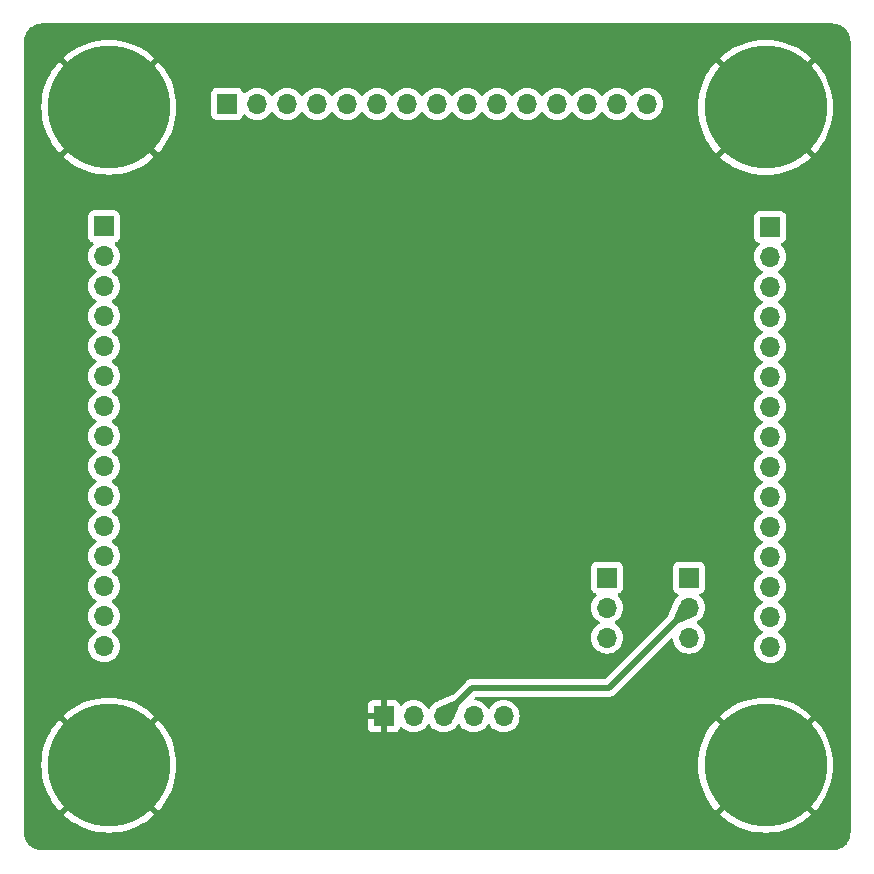
<source format=gbr>
%TF.GenerationSoftware,KiCad,Pcbnew,7.0.7*%
%TF.CreationDate,2024-04-01T01:41:43+05:30*%
%TF.ProjectId,Telemetry_Stack,54656c65-6d65-4747-9279-5f537461636b,rev?*%
%TF.SameCoordinates,Original*%
%TF.FileFunction,Copper,L2,Bot*%
%TF.FilePolarity,Positive*%
%FSLAX46Y46*%
G04 Gerber Fmt 4.6, Leading zero omitted, Abs format (unit mm)*
G04 Created by KiCad (PCBNEW 7.0.7) date 2024-04-01 01:41:43*
%MOMM*%
%LPD*%
G01*
G04 APERTURE LIST*
%TA.AperFunction,ComponentPad*%
%ADD10R,1.700000X1.700000*%
%TD*%
%TA.AperFunction,ComponentPad*%
%ADD11O,1.700000X1.700000*%
%TD*%
%TA.AperFunction,ComponentPad*%
%ADD12C,10.400000*%
%TD*%
%TA.AperFunction,Conductor*%
%ADD13C,0.500000*%
%TD*%
G04 APERTURE END LIST*
D10*
%TO.P,J2,1,Pin_1*%
%TO.N,TX_TELEM*%
X158419800Y-103657400D03*
D11*
%TO.P,J2,2,Pin_2*%
%TO.N,RX_MODULE*%
X158419800Y-106197400D03*
%TO.P,J2,3,Pin_3*%
%TO.N,RX_TELEM*%
X158419800Y-108737400D03*
%TD*%
D10*
%TO.P,J1,1,Pin_1*%
%TO.N,TX_TELEM*%
X151485600Y-103647000D03*
D11*
%TO.P,J1,2,Pin_2*%
%TO.N,TX_MODULE*%
X151485600Y-106187000D03*
%TO.P,J1,3,Pin_3*%
%TO.N,RX_TELEM*%
X151485600Y-108727000D03*
%TD*%
D10*
%TO.P,U2,1*%
%TO.N,unconnected-(U2-Pad1)*%
X165296800Y-73947400D03*
D11*
%TO.P,U2,2*%
%TO.N,unconnected-(U2-Pad2)*%
X165296800Y-76487400D03*
%TO.P,U2,3*%
%TO.N,unconnected-(U2-Pad3)*%
X165296800Y-79027400D03*
%TO.P,U2,4*%
%TO.N,unconnected-(U2-Pad4)*%
X165296800Y-81567400D03*
%TO.P,U2,5*%
%TO.N,unconnected-(U2-Pad5)*%
X165296800Y-84107400D03*
%TO.P,U2,6*%
%TO.N,unconnected-(U2-Pad6)*%
X165296800Y-86647400D03*
%TO.P,U2,7*%
%TO.N,unconnected-(U2-Pad7)*%
X165296800Y-89187400D03*
%TO.P,U2,8*%
%TO.N,TX_TELEM*%
X165296800Y-91727400D03*
%TO.P,U2,9*%
%TO.N,RX_TELEM*%
X165296800Y-94267400D03*
%TO.P,U2,10*%
%TO.N,unconnected-(U2-Pad10)*%
X165296800Y-96807400D03*
%TO.P,U2,11*%
%TO.N,unconnected-(U2-Pad11)*%
X165296800Y-99347400D03*
%TO.P,U2,12*%
%TO.N,unconnected-(U2-Pad12)*%
X165296800Y-101887400D03*
%TO.P,U2,13*%
%TO.N,unconnected-(U2-Pad13)*%
X165296800Y-104427400D03*
%TO.P,U2,14*%
%TO.N,unconnected-(U2-Pad14)*%
X165296800Y-106967400D03*
%TO.P,U2,15*%
%TO.N,unconnected-(U2-Pad15)*%
X165296800Y-109507400D03*
%TO.P,U2,16*%
%TO.N,unconnected-(U2-Pad16)*%
X108896800Y-109477400D03*
%TO.P,U2,17*%
%TO.N,unconnected-(U2-Pad17)*%
X108896800Y-106937400D03*
%TO.P,U2,18*%
%TO.N,unconnected-(U2-Pad18)*%
X108896800Y-104397400D03*
%TO.P,U2,19*%
%TO.N,unconnected-(U2-Pad19)*%
X108896800Y-101857400D03*
%TO.P,U2,20*%
%TO.N,unconnected-(U2-Pad20)*%
X108896800Y-99317400D03*
%TO.P,U2,21*%
%TO.N,unconnected-(U2-Pad21)*%
X108896800Y-96777400D03*
%TO.P,U2,22*%
%TO.N,unconnected-(U2-Pad22)*%
X108896800Y-94237400D03*
%TO.P,U2,23*%
%TO.N,unconnected-(U2-Pad23)*%
X108896800Y-91697400D03*
%TO.P,U2,24*%
%TO.N,unconnected-(U2-Pad24)*%
X108896800Y-89157400D03*
%TO.P,U2,25*%
%TO.N,unconnected-(U2-Pad25)*%
X108896800Y-86617400D03*
%TO.P,U2,26*%
%TO.N,unconnected-(U2-Pad26)*%
X108896800Y-84077400D03*
%TO.P,U2,27*%
%TO.N,unconnected-(U2-Pad27)*%
X108896800Y-81537400D03*
%TO.P,U2,28*%
%TO.N,unconnected-(U2-Pad28)*%
X108896800Y-78997400D03*
%TO.P,U2,29*%
%TO.N,unconnected-(U2-Pad29)*%
X108896800Y-76457400D03*
D10*
%TO.P,U2,30*%
%TO.N,unconnected-(U2-Pad30)*%
X108896800Y-73917400D03*
%TO.P,U2,31*%
%TO.N,unconnected-(U2-Pad31)*%
X119321800Y-63532400D03*
D11*
%TO.P,U2,32*%
%TO.N,unconnected-(U2-Pad32)*%
X121861800Y-63532400D03*
%TO.P,U2,33*%
%TO.N,unconnected-(U2-Pad33)*%
X124401800Y-63532400D03*
%TO.P,U2,34*%
%TO.N,unconnected-(U2-Pad34)*%
X126941800Y-63532400D03*
%TO.P,U2,35*%
%TO.N,unconnected-(U2-Pad35)*%
X129481800Y-63532400D03*
%TO.P,U2,36*%
%TO.N,unconnected-(U2-Pad36)*%
X132021800Y-63532400D03*
%TO.P,U2,37*%
%TO.N,3.3V*%
X134561800Y-63532400D03*
%TO.P,U2,38*%
%TO.N,unconnected-(U2-Pad38)*%
X137101800Y-63532400D03*
%TO.P,U2,39*%
%TO.N,3.3V*%
X139641800Y-63532400D03*
%TO.P,U2,40*%
X142181800Y-63532400D03*
%TO.P,U2,41*%
%TO.N,unconnected-(U2-Pad41)*%
X144721800Y-63532400D03*
%TO.P,U2,42*%
%TO.N,unconnected-(U2-Pad42)*%
X147261800Y-63532400D03*
%TO.P,U2,43*%
%TO.N,unconnected-(U2-Pad43)*%
X149801800Y-63532400D03*
%TO.P,U2,44*%
%TO.N,unconnected-(U2-Pad44)*%
X152341800Y-63532400D03*
%TO.P,U2,45*%
%TO.N,unconnected-(U2-Pad45)*%
X154881800Y-63532400D03*
D12*
%TO.P,U2,49,1*%
%TO.N,GND*%
X164896800Y-119532400D03*
%TO.P,U2,50,1*%
X109296800Y-119532400D03*
%TO.P,U2,51,1*%
X109296800Y-63832400D03*
%TO.P,U2,52,1*%
X164896800Y-63847400D03*
%TD*%
D11*
%TO.P,U1,1,VDD*%
%TO.N,3.3V*%
X142732200Y-115388400D03*
%TO.P,U1,2,RST*%
%TO.N,unconnected-(U1-RST-Pad2)*%
X140192200Y-115388400D03*
%TO.P,U1,3,RXD*%
%TO.N,RX_MODULE*%
X137652200Y-115388400D03*
%TO.P,U1,4,TXD*%
%TO.N,TX_MODULE*%
X135112200Y-115388400D03*
D10*
%TO.P,U1,5,GND*%
%TO.N,GND*%
X132572200Y-115388400D03*
%TD*%
D13*
%TO.N,RX_MODULE*%
X151638000Y-112979200D02*
X140061400Y-112979200D01*
X140061400Y-112979200D02*
X137652200Y-115388400D01*
X158419800Y-106197400D02*
X151638000Y-112979200D01*
%TD*%
%TA.AperFunction,Conductor*%
%TO.N,RX_MODULE*%
G36*
X157645074Y-105876484D02*
G01*
X158416015Y-106194838D01*
X158422352Y-106201161D01*
X158422362Y-106201185D01*
X158740714Y-106972123D01*
X158740705Y-106981078D01*
X158734607Y-106987300D01*
X157401818Y-107573039D01*
X157392866Y-107573231D01*
X157388838Y-107570601D01*
X157046598Y-107228361D01*
X157043171Y-107220088D01*
X157044159Y-107215384D01*
X157629899Y-105882591D01*
X157636365Y-105876396D01*
X157645074Y-105876484D01*
G37*
%TD.AperFunction*%
%TD*%
%TA.AperFunction,Conductor*%
%TO.N,GND*%
G36*
X170599007Y-56733057D02*
G01*
X170666555Y-56737889D01*
X170813444Y-56749449D01*
X170821747Y-56750674D01*
X170916560Y-56771299D01*
X171033025Y-56799260D01*
X171040201Y-56801451D01*
X171136537Y-56837383D01*
X171214722Y-56869768D01*
X171242656Y-56881339D01*
X171248647Y-56884205D01*
X171339737Y-56933943D01*
X171342380Y-56935473D01*
X171437703Y-56993888D01*
X171442443Y-56997105D01*
X171526240Y-57059835D01*
X171529320Y-57062298D01*
X171613737Y-57134397D01*
X171617313Y-57137703D01*
X171691495Y-57211885D01*
X171694801Y-57215461D01*
X171766894Y-57299871D01*
X171769376Y-57302974D01*
X171832089Y-57386749D01*
X171835321Y-57391511D01*
X171893710Y-57486793D01*
X171895263Y-57489476D01*
X171944993Y-57580551D01*
X171947859Y-57586541D01*
X171991816Y-57692660D01*
X172027742Y-57788982D01*
X172029940Y-57796181D01*
X172057898Y-57912631D01*
X172078523Y-58007444D01*
X172079750Y-58015767D01*
X172091317Y-58162731D01*
X172096142Y-58230189D01*
X172096300Y-58234613D01*
X172096300Y-125230186D01*
X172096142Y-125234608D01*
X172094758Y-125253955D01*
X172091317Y-125302068D01*
X172079750Y-125449032D01*
X172078523Y-125457355D01*
X172057901Y-125552155D01*
X172029940Y-125668617D01*
X172027742Y-125675816D01*
X171991816Y-125772139D01*
X171947859Y-125878257D01*
X171944993Y-125884247D01*
X171895263Y-125975322D01*
X171893710Y-125978005D01*
X171835321Y-126073287D01*
X171832089Y-126078049D01*
X171769376Y-126161824D01*
X171766887Y-126164936D01*
X171694801Y-126249337D01*
X171691495Y-126252913D01*
X171617313Y-126327095D01*
X171613737Y-126330401D01*
X171529336Y-126402487D01*
X171526224Y-126404976D01*
X171442449Y-126467689D01*
X171437687Y-126470921D01*
X171342405Y-126529310D01*
X171339722Y-126530863D01*
X171248647Y-126580593D01*
X171242657Y-126583459D01*
X171136539Y-126627416D01*
X171040216Y-126663342D01*
X171033017Y-126665540D01*
X170916555Y-126693501D01*
X170821755Y-126714123D01*
X170813432Y-126715350D01*
X170666468Y-126726917D01*
X170618355Y-126730358D01*
X170599008Y-126731742D01*
X170594586Y-126731900D01*
X103599014Y-126731900D01*
X103594591Y-126731742D01*
X103567044Y-126729771D01*
X103527173Y-126726920D01*
X103380161Y-126715349D01*
X103371838Y-126714122D01*
X103277072Y-126693507D01*
X103160586Y-126665541D01*
X103153386Y-126663343D01*
X103057069Y-126627419D01*
X102950935Y-126583456D01*
X102944944Y-126580590D01*
X102853886Y-126530869D01*
X102851205Y-126529316D01*
X102755910Y-126470920D01*
X102751152Y-126467691D01*
X102667367Y-126404970D01*
X102664271Y-126402494D01*
X102579861Y-126330401D01*
X102576285Y-126327095D01*
X102502103Y-126252913D01*
X102498797Y-126249337D01*
X102426698Y-126164920D01*
X102424235Y-126161840D01*
X102361501Y-126078038D01*
X102358287Y-126073301D01*
X102299879Y-125977988D01*
X102298335Y-125975322D01*
X102248602Y-125884241D01*
X102245742Y-125878263D01*
X102201780Y-125772130D01*
X102196551Y-125758110D01*
X102165852Y-125675804D01*
X102163659Y-125668617D01*
X102135700Y-125552164D01*
X102115075Y-125457353D01*
X102113851Y-125449051D01*
X102102280Y-125302026D01*
X102099636Y-125265073D01*
X102097457Y-125234607D01*
X102097300Y-125230187D01*
X102097300Y-119532400D01*
X103591927Y-119532400D01*
X103611412Y-120003509D01*
X103669733Y-120471389D01*
X103669734Y-120471389D01*
X103766494Y-120932859D01*
X103901032Y-121384765D01*
X104072426Y-121824015D01*
X104072426Y-121824016D01*
X104279514Y-122247620D01*
X104279515Y-122247621D01*
X104520869Y-122652666D01*
X104520868Y-122652665D01*
X104794850Y-123036401D01*
X105090349Y-123385295D01*
X106063182Y-122412462D01*
X106124505Y-122378977D01*
X106194196Y-122383961D01*
X106242741Y-122416870D01*
X106323369Y-122505830D01*
X106412328Y-122586457D01*
X106448782Y-122646063D01*
X106447223Y-122715915D01*
X106416736Y-122766016D01*
X105443903Y-123738849D01*
X105443903Y-123738850D01*
X105792799Y-124034350D01*
X106176535Y-124308332D01*
X106176534Y-124308331D01*
X106581579Y-124549685D01*
X106581580Y-124549686D01*
X107005184Y-124756774D01*
X107005185Y-124756774D01*
X107444435Y-124928168D01*
X107896341Y-125062706D01*
X108357811Y-125159466D01*
X108357811Y-125159467D01*
X108825691Y-125217788D01*
X109296800Y-125237273D01*
X109767909Y-125217788D01*
X110235789Y-125159467D01*
X110235789Y-125159466D01*
X110697259Y-125062706D01*
X111149165Y-124928168D01*
X111588415Y-124756774D01*
X111588416Y-124756774D01*
X112012020Y-124549686D01*
X112012021Y-124549685D01*
X112417066Y-124308331D01*
X112417065Y-124308332D01*
X112800801Y-124034350D01*
X113149695Y-123738850D01*
X113149695Y-123738849D01*
X112176862Y-122766016D01*
X112143377Y-122704693D01*
X112148361Y-122635001D01*
X112181268Y-122586460D01*
X112270230Y-122505830D01*
X112350859Y-122416868D01*
X112410462Y-122380417D01*
X112480314Y-122381974D01*
X112530416Y-122412462D01*
X113503249Y-123385295D01*
X113503250Y-123385295D01*
X113798750Y-123036401D01*
X114072732Y-122652665D01*
X114072731Y-122652666D01*
X114314085Y-122247621D01*
X114314086Y-122247620D01*
X114521174Y-121824016D01*
X114521174Y-121824015D01*
X114692568Y-121384765D01*
X114827106Y-120932859D01*
X114923866Y-120471389D01*
X114923867Y-120471389D01*
X114982188Y-120003509D01*
X115001673Y-119532400D01*
X159191927Y-119532400D01*
X159211412Y-120003509D01*
X159269733Y-120471389D01*
X159269734Y-120471389D01*
X159366494Y-120932859D01*
X159501032Y-121384765D01*
X159672426Y-121824015D01*
X159672426Y-121824016D01*
X159879514Y-122247620D01*
X159879515Y-122247621D01*
X160120869Y-122652666D01*
X160120868Y-122652665D01*
X160394850Y-123036401D01*
X160690349Y-123385295D01*
X161663182Y-122412462D01*
X161724505Y-122378977D01*
X161794196Y-122383961D01*
X161842741Y-122416870D01*
X161923369Y-122505830D01*
X162012328Y-122586457D01*
X162048782Y-122646063D01*
X162047223Y-122715915D01*
X162016736Y-122766016D01*
X161043903Y-123738849D01*
X161043903Y-123738850D01*
X161392799Y-124034350D01*
X161776535Y-124308332D01*
X161776534Y-124308331D01*
X162181579Y-124549685D01*
X162181580Y-124549686D01*
X162605184Y-124756774D01*
X162605185Y-124756774D01*
X163044435Y-124928168D01*
X163496341Y-125062706D01*
X163957811Y-125159466D01*
X163957811Y-125159467D01*
X164425691Y-125217788D01*
X164896800Y-125237273D01*
X165367909Y-125217788D01*
X165835789Y-125159467D01*
X165835789Y-125159466D01*
X166297259Y-125062706D01*
X166749165Y-124928168D01*
X167188415Y-124756774D01*
X167188416Y-124756774D01*
X167612020Y-124549686D01*
X167612021Y-124549685D01*
X168017066Y-124308331D01*
X168017065Y-124308332D01*
X168400801Y-124034350D01*
X168749695Y-123738850D01*
X168749695Y-123738849D01*
X167776862Y-122766016D01*
X167743377Y-122704693D01*
X167748361Y-122635001D01*
X167781268Y-122586460D01*
X167870230Y-122505830D01*
X167950859Y-122416868D01*
X168010462Y-122380417D01*
X168080314Y-122381974D01*
X168130416Y-122412462D01*
X169103249Y-123385295D01*
X169103250Y-123385295D01*
X169398750Y-123036401D01*
X169672732Y-122652665D01*
X169672731Y-122652666D01*
X169914085Y-122247621D01*
X169914086Y-122247620D01*
X170121174Y-121824016D01*
X170121174Y-121824015D01*
X170292568Y-121384765D01*
X170427106Y-120932859D01*
X170523866Y-120471389D01*
X170523867Y-120471389D01*
X170582188Y-120003509D01*
X170601673Y-119532400D01*
X170582188Y-119061291D01*
X170523867Y-118593411D01*
X170523866Y-118593411D01*
X170427106Y-118131941D01*
X170292568Y-117680035D01*
X170121174Y-117240785D01*
X170121174Y-117240784D01*
X169914086Y-116817180D01*
X169914085Y-116817179D01*
X169672731Y-116412134D01*
X169672732Y-116412135D01*
X169398750Y-116028399D01*
X169103250Y-115679503D01*
X169103249Y-115679503D01*
X168130416Y-116652336D01*
X168069093Y-116685821D01*
X167999401Y-116680837D01*
X167950857Y-116647928D01*
X167870230Y-116558969D01*
X167781270Y-116478341D01*
X167744816Y-116418735D01*
X167746375Y-116348883D01*
X167776862Y-116298782D01*
X168749695Y-115325949D01*
X168400801Y-115030450D01*
X168017065Y-114756468D01*
X168017066Y-114756469D01*
X167612021Y-114515115D01*
X167612020Y-114515114D01*
X167188416Y-114308026D01*
X167188415Y-114308026D01*
X166749165Y-114136632D01*
X166297259Y-114002094D01*
X165835789Y-113905334D01*
X165835789Y-113905333D01*
X165367909Y-113847012D01*
X164896800Y-113827527D01*
X164425691Y-113847012D01*
X163957811Y-113905333D01*
X163957811Y-113905334D01*
X163496341Y-114002094D01*
X163044435Y-114136632D01*
X162605185Y-114308026D01*
X162605184Y-114308026D01*
X162181580Y-114515114D01*
X162181579Y-114515115D01*
X161776534Y-114756469D01*
X161776535Y-114756468D01*
X161392799Y-115030450D01*
X161043903Y-115325949D01*
X162016736Y-116298782D01*
X162050221Y-116360105D01*
X162045237Y-116429797D01*
X162012329Y-116478340D01*
X161923369Y-116558969D01*
X161842740Y-116647929D01*
X161783134Y-116684382D01*
X161713281Y-116682823D01*
X161663182Y-116652336D01*
X160690349Y-115679503D01*
X160394850Y-116028399D01*
X160120868Y-116412135D01*
X160120869Y-116412134D01*
X159879515Y-116817179D01*
X159879514Y-116817180D01*
X159672426Y-117240784D01*
X159672426Y-117240785D01*
X159501032Y-117680035D01*
X159366494Y-118131941D01*
X159269734Y-118593411D01*
X159269733Y-118593411D01*
X159211412Y-119061291D01*
X159191927Y-119532400D01*
X115001673Y-119532400D01*
X114982188Y-119061291D01*
X114923867Y-118593411D01*
X114923866Y-118593411D01*
X114827106Y-118131941D01*
X114692568Y-117680035D01*
X114521174Y-117240785D01*
X114521174Y-117240784D01*
X114314086Y-116817180D01*
X114314085Y-116817179D01*
X114072731Y-116412134D01*
X114072732Y-116412135D01*
X113982848Y-116286244D01*
X131222200Y-116286244D01*
X131228601Y-116345772D01*
X131228603Y-116345779D01*
X131278845Y-116480486D01*
X131278849Y-116480493D01*
X131365009Y-116595587D01*
X131365012Y-116595590D01*
X131480106Y-116681750D01*
X131480113Y-116681754D01*
X131614820Y-116731996D01*
X131614827Y-116731998D01*
X131674355Y-116738399D01*
X131674372Y-116738400D01*
X132322200Y-116738400D01*
X132322200Y-116000701D01*
X132341885Y-115933662D01*
X132394689Y-115887907D01*
X132463847Y-115877963D01*
X132536437Y-115888400D01*
X132536438Y-115888400D01*
X132607962Y-115888400D01*
X132607963Y-115888400D01*
X132680553Y-115877963D01*
X132749712Y-115887907D01*
X132802515Y-115933662D01*
X132822200Y-116000701D01*
X132822200Y-116738400D01*
X133470028Y-116738400D01*
X133470044Y-116738399D01*
X133529572Y-116731998D01*
X133529579Y-116731996D01*
X133664286Y-116681754D01*
X133664293Y-116681750D01*
X133779387Y-116595590D01*
X133779390Y-116595587D01*
X133865550Y-116480493D01*
X133865554Y-116480486D01*
X133914622Y-116348929D01*
X133956493Y-116292995D01*
X134021957Y-116268578D01*
X134090230Y-116283430D01*
X134118485Y-116304581D01*
X134240799Y-116426895D01*
X134317335Y-116480486D01*
X134434365Y-116562432D01*
X134434367Y-116562433D01*
X134434370Y-116562435D01*
X134648537Y-116662303D01*
X134876792Y-116723463D01*
X135047519Y-116738400D01*
X135112199Y-116744059D01*
X135112200Y-116744059D01*
X135112201Y-116744059D01*
X135176881Y-116738400D01*
X135347608Y-116723463D01*
X135575863Y-116662303D01*
X135790030Y-116562435D01*
X135983601Y-116426895D01*
X136150695Y-116259801D01*
X136280624Y-116074242D01*
X136335202Y-116030617D01*
X136404700Y-116023423D01*
X136467055Y-116054946D01*
X136483775Y-116074242D01*
X136613700Y-116259795D01*
X136613705Y-116259801D01*
X136780799Y-116426895D01*
X136857335Y-116480486D01*
X136974365Y-116562432D01*
X136974367Y-116562433D01*
X136974370Y-116562435D01*
X137188537Y-116662303D01*
X137416792Y-116723463D01*
X137587519Y-116738400D01*
X137652199Y-116744059D01*
X137652200Y-116744059D01*
X137652201Y-116744059D01*
X137716881Y-116738400D01*
X137887608Y-116723463D01*
X138115863Y-116662303D01*
X138330030Y-116562435D01*
X138523601Y-116426895D01*
X138690695Y-116259801D01*
X138820624Y-116074242D01*
X138875202Y-116030617D01*
X138944700Y-116023423D01*
X139007055Y-116054946D01*
X139023775Y-116074242D01*
X139153700Y-116259795D01*
X139153705Y-116259801D01*
X139320799Y-116426895D01*
X139397335Y-116480486D01*
X139514365Y-116562432D01*
X139514367Y-116562433D01*
X139514370Y-116562435D01*
X139728537Y-116662303D01*
X139956792Y-116723463D01*
X140127519Y-116738400D01*
X140192199Y-116744059D01*
X140192200Y-116744059D01*
X140192201Y-116744059D01*
X140256881Y-116738400D01*
X140427608Y-116723463D01*
X140655863Y-116662303D01*
X140870030Y-116562435D01*
X141063601Y-116426895D01*
X141230695Y-116259801D01*
X141360624Y-116074242D01*
X141415202Y-116030617D01*
X141484700Y-116023423D01*
X141547055Y-116054946D01*
X141563775Y-116074242D01*
X141693700Y-116259795D01*
X141693705Y-116259801D01*
X141860799Y-116426895D01*
X141937335Y-116480486D01*
X142054365Y-116562432D01*
X142054367Y-116562433D01*
X142054370Y-116562435D01*
X142268537Y-116662303D01*
X142496792Y-116723463D01*
X142667519Y-116738400D01*
X142732199Y-116744059D01*
X142732200Y-116744059D01*
X142732201Y-116744059D01*
X142796881Y-116738400D01*
X142967608Y-116723463D01*
X143195863Y-116662303D01*
X143410030Y-116562435D01*
X143603601Y-116426895D01*
X143770695Y-116259801D01*
X143906235Y-116066230D01*
X144006103Y-115852063D01*
X144067263Y-115623808D01*
X144087859Y-115388400D01*
X144067263Y-115152992D01*
X144006103Y-114924737D01*
X143906235Y-114710571D01*
X143900625Y-114702558D01*
X143770694Y-114516997D01*
X143603602Y-114349906D01*
X143603595Y-114349901D01*
X143410034Y-114214367D01*
X143410030Y-114214365D01*
X143315466Y-114170269D01*
X143195863Y-114114497D01*
X143195859Y-114114496D01*
X143195855Y-114114494D01*
X142967613Y-114053338D01*
X142967603Y-114053336D01*
X142732201Y-114032741D01*
X142732199Y-114032741D01*
X142496796Y-114053336D01*
X142496786Y-114053338D01*
X142268544Y-114114494D01*
X142268535Y-114114498D01*
X142054371Y-114214364D01*
X142054369Y-114214365D01*
X141860797Y-114349905D01*
X141693705Y-114516997D01*
X141563775Y-114702558D01*
X141509198Y-114746183D01*
X141439700Y-114753377D01*
X141377345Y-114721854D01*
X141360625Y-114702558D01*
X141230694Y-114516997D01*
X141063602Y-114349906D01*
X141063595Y-114349901D01*
X140870034Y-114214367D01*
X140870030Y-114214365D01*
X140775466Y-114170269D01*
X140655863Y-114114497D01*
X140655859Y-114114496D01*
X140655855Y-114114494D01*
X140427613Y-114053338D01*
X140427603Y-114053336D01*
X140344024Y-114046024D01*
X140278955Y-114020571D01*
X140237977Y-113963980D01*
X140234099Y-113894218D01*
X140267148Y-113834817D01*
X140335949Y-113766016D01*
X140397272Y-113732534D01*
X140423629Y-113729700D01*
X151574295Y-113729700D01*
X151592265Y-113731009D01*
X151616023Y-113734489D01*
X151668068Y-113729935D01*
X151673470Y-113729700D01*
X151681704Y-113729700D01*
X151681709Y-113729700D01*
X151693327Y-113728341D01*
X151714276Y-113725893D01*
X151727028Y-113724777D01*
X151790797Y-113719199D01*
X151790805Y-113719196D01*
X151797866Y-113717739D01*
X151797878Y-113717798D01*
X151805243Y-113716165D01*
X151805229Y-113716106D01*
X151812246Y-113714441D01*
X151812255Y-113714441D01*
X151884423Y-113688174D01*
X151957334Y-113664014D01*
X151957343Y-113664007D01*
X151963882Y-113660960D01*
X151963908Y-113661016D01*
X151970690Y-113657732D01*
X151970663Y-113657678D01*
X151977106Y-113654440D01*
X151977117Y-113654437D01*
X152041283Y-113612234D01*
X152106656Y-113571912D01*
X152106662Y-113571905D01*
X152112325Y-113567429D01*
X152112362Y-113567477D01*
X152118204Y-113562718D01*
X152118164Y-113562671D01*
X152123691Y-113558032D01*
X152123696Y-113558030D01*
X152176386Y-113502181D01*
X156866217Y-108812348D01*
X156927538Y-108778865D01*
X156997230Y-108783849D01*
X157053163Y-108825721D01*
X157077424Y-108889223D01*
X157084736Y-108972803D01*
X157084738Y-108972813D01*
X157145894Y-109201055D01*
X157145896Y-109201059D01*
X157145897Y-109201063D01*
X157178969Y-109271986D01*
X157245765Y-109415230D01*
X157245767Y-109415234D01*
X157310302Y-109507399D01*
X157381305Y-109608801D01*
X157548399Y-109775895D01*
X157645184Y-109843665D01*
X157741965Y-109911432D01*
X157741967Y-109911433D01*
X157741970Y-109911435D01*
X157956137Y-110011303D01*
X158184392Y-110072463D01*
X158372718Y-110088939D01*
X158419799Y-110093059D01*
X158419800Y-110093059D01*
X158419801Y-110093059D01*
X158459034Y-110089626D01*
X158655208Y-110072463D01*
X158883463Y-110011303D01*
X159097630Y-109911435D01*
X159291201Y-109775895D01*
X159458295Y-109608801D01*
X159529297Y-109507400D01*
X163941141Y-109507400D01*
X163961736Y-109742803D01*
X163961738Y-109742813D01*
X164022894Y-109971055D01*
X164022896Y-109971059D01*
X164022897Y-109971063D01*
X164065330Y-110062061D01*
X164122765Y-110185230D01*
X164122767Y-110185234D01*
X164231081Y-110339921D01*
X164258305Y-110378801D01*
X164425399Y-110545895D01*
X164522184Y-110613665D01*
X164618965Y-110681432D01*
X164618967Y-110681433D01*
X164618970Y-110681435D01*
X164833137Y-110781303D01*
X165061392Y-110842463D01*
X165249718Y-110858939D01*
X165296799Y-110863059D01*
X165296800Y-110863059D01*
X165296801Y-110863059D01*
X165336034Y-110859626D01*
X165532208Y-110842463D01*
X165760463Y-110781303D01*
X165974630Y-110681435D01*
X166168201Y-110545895D01*
X166335295Y-110378801D01*
X166470835Y-110185230D01*
X166570703Y-109971063D01*
X166631863Y-109742808D01*
X166652459Y-109507400D01*
X166631863Y-109271992D01*
X166570703Y-109043737D01*
X166470835Y-108829571D01*
X166468140Y-108825721D01*
X166335294Y-108635997D01*
X166168202Y-108468906D01*
X166168196Y-108468901D01*
X165982642Y-108338975D01*
X165939017Y-108284398D01*
X165931823Y-108214900D01*
X165963346Y-108152545D01*
X165982642Y-108135825D01*
X166025486Y-108105825D01*
X166168201Y-108005895D01*
X166335295Y-107838801D01*
X166470835Y-107645230D01*
X166570703Y-107431063D01*
X166631863Y-107202808D01*
X166652459Y-106967400D01*
X166631863Y-106731992D01*
X166570703Y-106503737D01*
X166470835Y-106289571D01*
X166449828Y-106259569D01*
X166335294Y-106095997D01*
X166168202Y-105928906D01*
X166168196Y-105928901D01*
X165982642Y-105798975D01*
X165939017Y-105744398D01*
X165931823Y-105674900D01*
X165963346Y-105612545D01*
X165982642Y-105595825D01*
X166025488Y-105565824D01*
X166168201Y-105465895D01*
X166335295Y-105298801D01*
X166470835Y-105105230D01*
X166570703Y-104891063D01*
X166631863Y-104662808D01*
X166652459Y-104427400D01*
X166631863Y-104191992D01*
X166570703Y-103963737D01*
X166470835Y-103749571D01*
X166449828Y-103719569D01*
X166335294Y-103555997D01*
X166168202Y-103388906D01*
X166168196Y-103388901D01*
X165982642Y-103258975D01*
X165939017Y-103204398D01*
X165931823Y-103134900D01*
X165963346Y-103072545D01*
X165982642Y-103055825D01*
X166025486Y-103025825D01*
X166168201Y-102925895D01*
X166335295Y-102758801D01*
X166470835Y-102565230D01*
X166570703Y-102351063D01*
X166631863Y-102122808D01*
X166652459Y-101887400D01*
X166631863Y-101651992D01*
X166570703Y-101423737D01*
X166470835Y-101209571D01*
X166449828Y-101179569D01*
X166335294Y-101015997D01*
X166168202Y-100848906D01*
X166168196Y-100848901D01*
X165982642Y-100718975D01*
X165939017Y-100664398D01*
X165931823Y-100594900D01*
X165963346Y-100532545D01*
X165982642Y-100515825D01*
X166025488Y-100485824D01*
X166168201Y-100385895D01*
X166335295Y-100218801D01*
X166470835Y-100025230D01*
X166570703Y-99811063D01*
X166631863Y-99582808D01*
X166652459Y-99347400D01*
X166631863Y-99111992D01*
X166570703Y-98883737D01*
X166470835Y-98669571D01*
X166449828Y-98639569D01*
X166335294Y-98475997D01*
X166168202Y-98308906D01*
X166168196Y-98308901D01*
X165982642Y-98178975D01*
X165939017Y-98124398D01*
X165931823Y-98054900D01*
X165963346Y-97992545D01*
X165982642Y-97975825D01*
X166025486Y-97945825D01*
X166168201Y-97845895D01*
X166335295Y-97678801D01*
X166470835Y-97485230D01*
X166570703Y-97271063D01*
X166631863Y-97042808D01*
X166652459Y-96807400D01*
X166631863Y-96571992D01*
X166570703Y-96343737D01*
X166470835Y-96129571D01*
X166449828Y-96099569D01*
X166335294Y-95935997D01*
X166168202Y-95768906D01*
X166168196Y-95768901D01*
X165982642Y-95638975D01*
X165939017Y-95584398D01*
X165931823Y-95514900D01*
X165963346Y-95452545D01*
X165982642Y-95435825D01*
X166025486Y-95405825D01*
X166168201Y-95305895D01*
X166335295Y-95138801D01*
X166470835Y-94945230D01*
X166570703Y-94731063D01*
X166631863Y-94502808D01*
X166652459Y-94267400D01*
X166631863Y-94031992D01*
X166570703Y-93803737D01*
X166470835Y-93589571D01*
X166449828Y-93559569D01*
X166335294Y-93395997D01*
X166168202Y-93228906D01*
X166168196Y-93228901D01*
X165982642Y-93098975D01*
X165939017Y-93044398D01*
X165931823Y-92974900D01*
X165963346Y-92912545D01*
X165982642Y-92895825D01*
X166025486Y-92865825D01*
X166168201Y-92765895D01*
X166335295Y-92598801D01*
X166470835Y-92405230D01*
X166570703Y-92191063D01*
X166631863Y-91962808D01*
X166652459Y-91727400D01*
X166631863Y-91491992D01*
X166570703Y-91263737D01*
X166470835Y-91049571D01*
X166449828Y-91019569D01*
X166335294Y-90855997D01*
X166168202Y-90688906D01*
X166168196Y-90688901D01*
X165982642Y-90558975D01*
X165939017Y-90504398D01*
X165931823Y-90434900D01*
X165963346Y-90372545D01*
X165982642Y-90355825D01*
X166025486Y-90325825D01*
X166168201Y-90225895D01*
X166335295Y-90058801D01*
X166470835Y-89865230D01*
X166570703Y-89651063D01*
X166631863Y-89422808D01*
X166652459Y-89187400D01*
X166631863Y-88951992D01*
X166570703Y-88723737D01*
X166470835Y-88509571D01*
X166449828Y-88479569D01*
X166335294Y-88315997D01*
X166168202Y-88148906D01*
X166168196Y-88148901D01*
X165982642Y-88018975D01*
X165939017Y-87964398D01*
X165931823Y-87894900D01*
X165963346Y-87832545D01*
X165982642Y-87815825D01*
X166025486Y-87785825D01*
X166168201Y-87685895D01*
X166335295Y-87518801D01*
X166470835Y-87325230D01*
X166570703Y-87111063D01*
X166631863Y-86882808D01*
X166652459Y-86647400D01*
X166631863Y-86411992D01*
X166570703Y-86183737D01*
X166470835Y-85969571D01*
X166449828Y-85939569D01*
X166335294Y-85775997D01*
X166168202Y-85608906D01*
X166168196Y-85608901D01*
X165982642Y-85478975D01*
X165939017Y-85424398D01*
X165931823Y-85354900D01*
X165963346Y-85292545D01*
X165982642Y-85275825D01*
X166025486Y-85245825D01*
X166168201Y-85145895D01*
X166335295Y-84978801D01*
X166470835Y-84785230D01*
X166570703Y-84571063D01*
X166631863Y-84342808D01*
X166652459Y-84107400D01*
X166631863Y-83871992D01*
X166570703Y-83643737D01*
X166470835Y-83429571D01*
X166449828Y-83399569D01*
X166335294Y-83235997D01*
X166168202Y-83068906D01*
X166168196Y-83068901D01*
X165982642Y-82938975D01*
X165939017Y-82884398D01*
X165931823Y-82814900D01*
X165963346Y-82752545D01*
X165982642Y-82735825D01*
X166025486Y-82705825D01*
X166168201Y-82605895D01*
X166335295Y-82438801D01*
X166470835Y-82245230D01*
X166570703Y-82031063D01*
X166631863Y-81802808D01*
X166652459Y-81567400D01*
X166631863Y-81331992D01*
X166570703Y-81103737D01*
X166470835Y-80889571D01*
X166449828Y-80859569D01*
X166335294Y-80695997D01*
X166168202Y-80528906D01*
X166168196Y-80528901D01*
X165982642Y-80398975D01*
X165939017Y-80344398D01*
X165931823Y-80274900D01*
X165963346Y-80212545D01*
X165982642Y-80195825D01*
X166025486Y-80165825D01*
X166168201Y-80065895D01*
X166335295Y-79898801D01*
X166470835Y-79705230D01*
X166570703Y-79491063D01*
X166631863Y-79262808D01*
X166652459Y-79027400D01*
X166631863Y-78791992D01*
X166570703Y-78563737D01*
X166470835Y-78349571D01*
X166449828Y-78319569D01*
X166335294Y-78155997D01*
X166168202Y-77988906D01*
X166168196Y-77988901D01*
X165982642Y-77858975D01*
X165939017Y-77804398D01*
X165931823Y-77734900D01*
X165963346Y-77672545D01*
X165982642Y-77655825D01*
X166025486Y-77625825D01*
X166168201Y-77525895D01*
X166335295Y-77358801D01*
X166470835Y-77165230D01*
X166570703Y-76951063D01*
X166631863Y-76722808D01*
X166652459Y-76487400D01*
X166631863Y-76251992D01*
X166570703Y-76023737D01*
X166470835Y-75809571D01*
X166449827Y-75779569D01*
X166335296Y-75616000D01*
X166305295Y-75585999D01*
X166213367Y-75494071D01*
X166179884Y-75432751D01*
X166184868Y-75363059D01*
X166226739Y-75307125D01*
X166257715Y-75290210D01*
X166389131Y-75241196D01*
X166504346Y-75154946D01*
X166590596Y-75039731D01*
X166640891Y-74904883D01*
X166647300Y-74845273D01*
X166647299Y-73049528D01*
X166640891Y-72989917D01*
X166629701Y-72959916D01*
X166590597Y-72855071D01*
X166590593Y-72855064D01*
X166504347Y-72739855D01*
X166504344Y-72739852D01*
X166389135Y-72653606D01*
X166389128Y-72653602D01*
X166254282Y-72603308D01*
X166254283Y-72603308D01*
X166194683Y-72596901D01*
X166194681Y-72596900D01*
X166194673Y-72596900D01*
X166194664Y-72596900D01*
X164398929Y-72596900D01*
X164398923Y-72596901D01*
X164339316Y-72603308D01*
X164204471Y-72653602D01*
X164204464Y-72653606D01*
X164089255Y-72739852D01*
X164089252Y-72739855D01*
X164003006Y-72855064D01*
X164003002Y-72855071D01*
X163952708Y-72989917D01*
X163946301Y-73049516D01*
X163946301Y-73049523D01*
X163946300Y-73049535D01*
X163946300Y-74845270D01*
X163946301Y-74845276D01*
X163952708Y-74904883D01*
X164003002Y-75039728D01*
X164003006Y-75039735D01*
X164089252Y-75154944D01*
X164089255Y-75154947D01*
X164204464Y-75241193D01*
X164204471Y-75241197D01*
X164335881Y-75290210D01*
X164391815Y-75332081D01*
X164416232Y-75397545D01*
X164401380Y-75465818D01*
X164380230Y-75494073D01*
X164258303Y-75616000D01*
X164122765Y-75809569D01*
X164122764Y-75809571D01*
X164022898Y-76023735D01*
X164022894Y-76023744D01*
X163961738Y-76251986D01*
X163961736Y-76251996D01*
X163941141Y-76487399D01*
X163941141Y-76487400D01*
X163961736Y-76722803D01*
X163961738Y-76722813D01*
X164022894Y-76951055D01*
X164022896Y-76951059D01*
X164022897Y-76951063D01*
X164108776Y-77135230D01*
X164122765Y-77165230D01*
X164122767Y-77165234D01*
X164231081Y-77319921D01*
X164237299Y-77328802D01*
X164258301Y-77358795D01*
X164258306Y-77358802D01*
X164425397Y-77525893D01*
X164425403Y-77525898D01*
X164610958Y-77655825D01*
X164654583Y-77710402D01*
X164661777Y-77779900D01*
X164630254Y-77842255D01*
X164610958Y-77858975D01*
X164425397Y-77988905D01*
X164258305Y-78155997D01*
X164122765Y-78349569D01*
X164122764Y-78349571D01*
X164022898Y-78563735D01*
X164022894Y-78563744D01*
X163961738Y-78791986D01*
X163961736Y-78791996D01*
X163941141Y-79027399D01*
X163941141Y-79027400D01*
X163961736Y-79262803D01*
X163961738Y-79262813D01*
X164022894Y-79491055D01*
X164022896Y-79491059D01*
X164022897Y-79491063D01*
X164108776Y-79675230D01*
X164122765Y-79705230D01*
X164122767Y-79705234D01*
X164231081Y-79859921D01*
X164237299Y-79868802D01*
X164258301Y-79898795D01*
X164258306Y-79898802D01*
X164425397Y-80065893D01*
X164425403Y-80065898D01*
X164610958Y-80195825D01*
X164654583Y-80250402D01*
X164661777Y-80319900D01*
X164630254Y-80382255D01*
X164610958Y-80398975D01*
X164425397Y-80528905D01*
X164258305Y-80695997D01*
X164122765Y-80889569D01*
X164122764Y-80889571D01*
X164022898Y-81103735D01*
X164022894Y-81103744D01*
X163961738Y-81331986D01*
X163961736Y-81331996D01*
X163941141Y-81567399D01*
X163941141Y-81567400D01*
X163961736Y-81802803D01*
X163961738Y-81802813D01*
X164022894Y-82031055D01*
X164022896Y-82031059D01*
X164022897Y-82031063D01*
X164108776Y-82215230D01*
X164122765Y-82245230D01*
X164122767Y-82245234D01*
X164231081Y-82399921D01*
X164237299Y-82408802D01*
X164258301Y-82438795D01*
X164258306Y-82438802D01*
X164425397Y-82605893D01*
X164425403Y-82605898D01*
X164610958Y-82735825D01*
X164654583Y-82790402D01*
X164661777Y-82859900D01*
X164630254Y-82922255D01*
X164610958Y-82938975D01*
X164425397Y-83068905D01*
X164258305Y-83235997D01*
X164122765Y-83429569D01*
X164122764Y-83429571D01*
X164022898Y-83643735D01*
X164022894Y-83643744D01*
X163961738Y-83871986D01*
X163961736Y-83871996D01*
X163941141Y-84107399D01*
X163941141Y-84107400D01*
X163961736Y-84342803D01*
X163961738Y-84342813D01*
X164022894Y-84571055D01*
X164022896Y-84571059D01*
X164022897Y-84571063D01*
X164108776Y-84755230D01*
X164122765Y-84785230D01*
X164122767Y-84785234D01*
X164231081Y-84939921D01*
X164237299Y-84948802D01*
X164258301Y-84978795D01*
X164258306Y-84978802D01*
X164425397Y-85145893D01*
X164425403Y-85145898D01*
X164610958Y-85275825D01*
X164654583Y-85330402D01*
X164661777Y-85399900D01*
X164630254Y-85462255D01*
X164610958Y-85478975D01*
X164425397Y-85608905D01*
X164258305Y-85775997D01*
X164122765Y-85969569D01*
X164122764Y-85969571D01*
X164022898Y-86183735D01*
X164022894Y-86183744D01*
X163961738Y-86411986D01*
X163961736Y-86411996D01*
X163941141Y-86647399D01*
X163941141Y-86647400D01*
X163961736Y-86882803D01*
X163961738Y-86882813D01*
X164022894Y-87111055D01*
X164022896Y-87111059D01*
X164022897Y-87111063D01*
X164108776Y-87295230D01*
X164122765Y-87325230D01*
X164122767Y-87325234D01*
X164231081Y-87479921D01*
X164237299Y-87488802D01*
X164258301Y-87518795D01*
X164258306Y-87518802D01*
X164425397Y-87685893D01*
X164425403Y-87685898D01*
X164610958Y-87815825D01*
X164654583Y-87870402D01*
X164661777Y-87939900D01*
X164630254Y-88002255D01*
X164610958Y-88018975D01*
X164425397Y-88148905D01*
X164258305Y-88315997D01*
X164122765Y-88509569D01*
X164122764Y-88509571D01*
X164022898Y-88723735D01*
X164022894Y-88723744D01*
X163961738Y-88951986D01*
X163961736Y-88951996D01*
X163941141Y-89187399D01*
X163941141Y-89187400D01*
X163961736Y-89422803D01*
X163961738Y-89422813D01*
X164022894Y-89651055D01*
X164022896Y-89651059D01*
X164022897Y-89651063D01*
X164108776Y-89835230D01*
X164122765Y-89865230D01*
X164122767Y-89865234D01*
X164231081Y-90019921D01*
X164237299Y-90028802D01*
X164258301Y-90058795D01*
X164258306Y-90058802D01*
X164425397Y-90225893D01*
X164425403Y-90225898D01*
X164610958Y-90355825D01*
X164654583Y-90410402D01*
X164661777Y-90479900D01*
X164630254Y-90542255D01*
X164610958Y-90558975D01*
X164425397Y-90688905D01*
X164258305Y-90855997D01*
X164122765Y-91049569D01*
X164122764Y-91049571D01*
X164022898Y-91263735D01*
X164022894Y-91263744D01*
X163961738Y-91491986D01*
X163961736Y-91491996D01*
X163941141Y-91727399D01*
X163941141Y-91727400D01*
X163961736Y-91962803D01*
X163961738Y-91962813D01*
X164022894Y-92191055D01*
X164022896Y-92191059D01*
X164022897Y-92191063D01*
X164108776Y-92375230D01*
X164122765Y-92405230D01*
X164122767Y-92405234D01*
X164231081Y-92559921D01*
X164237299Y-92568802D01*
X164258301Y-92598795D01*
X164258306Y-92598802D01*
X164425397Y-92765893D01*
X164425403Y-92765898D01*
X164610958Y-92895825D01*
X164654583Y-92950402D01*
X164661777Y-93019900D01*
X164630254Y-93082255D01*
X164610958Y-93098975D01*
X164425397Y-93228905D01*
X164258305Y-93395997D01*
X164122765Y-93589569D01*
X164122764Y-93589571D01*
X164022898Y-93803735D01*
X164022894Y-93803744D01*
X163961738Y-94031986D01*
X163961736Y-94031996D01*
X163941141Y-94267399D01*
X163941141Y-94267400D01*
X163961736Y-94502803D01*
X163961738Y-94502813D01*
X164022894Y-94731055D01*
X164022896Y-94731059D01*
X164022897Y-94731063D01*
X164108776Y-94915230D01*
X164122765Y-94945230D01*
X164122767Y-94945234D01*
X164231081Y-95099921D01*
X164237299Y-95108802D01*
X164258301Y-95138795D01*
X164258306Y-95138802D01*
X164425397Y-95305893D01*
X164425403Y-95305898D01*
X164610958Y-95435825D01*
X164654583Y-95490402D01*
X164661777Y-95559900D01*
X164630254Y-95622255D01*
X164610958Y-95638975D01*
X164425397Y-95768905D01*
X164258305Y-95935997D01*
X164122765Y-96129569D01*
X164122764Y-96129571D01*
X164022898Y-96343735D01*
X164022894Y-96343744D01*
X163961738Y-96571986D01*
X163961736Y-96571996D01*
X163941141Y-96807399D01*
X163941141Y-96807400D01*
X163961736Y-97042803D01*
X163961738Y-97042813D01*
X164022894Y-97271055D01*
X164022896Y-97271059D01*
X164022897Y-97271063D01*
X164108776Y-97455230D01*
X164122765Y-97485230D01*
X164122767Y-97485234D01*
X164231081Y-97639921D01*
X164237299Y-97648802D01*
X164258301Y-97678795D01*
X164258306Y-97678802D01*
X164425397Y-97845893D01*
X164425403Y-97845898D01*
X164610958Y-97975825D01*
X164654583Y-98030402D01*
X164661777Y-98099900D01*
X164630254Y-98162255D01*
X164610958Y-98178975D01*
X164425397Y-98308905D01*
X164258305Y-98475997D01*
X164122765Y-98669569D01*
X164122764Y-98669571D01*
X164022898Y-98883735D01*
X164022894Y-98883744D01*
X163961738Y-99111986D01*
X163961736Y-99111996D01*
X163941141Y-99347399D01*
X163941141Y-99347400D01*
X163961736Y-99582803D01*
X163961738Y-99582813D01*
X164022894Y-99811055D01*
X164022896Y-99811059D01*
X164022897Y-99811063D01*
X164108776Y-99995230D01*
X164122765Y-100025230D01*
X164122767Y-100025234D01*
X164231081Y-100179921D01*
X164237299Y-100188802D01*
X164258301Y-100218795D01*
X164258306Y-100218802D01*
X164425397Y-100385893D01*
X164425403Y-100385898D01*
X164610958Y-100515825D01*
X164654583Y-100570402D01*
X164661777Y-100639900D01*
X164630254Y-100702255D01*
X164610958Y-100718975D01*
X164425397Y-100848905D01*
X164258305Y-101015997D01*
X164122765Y-101209569D01*
X164122764Y-101209571D01*
X164022898Y-101423735D01*
X164022894Y-101423744D01*
X163961738Y-101651986D01*
X163961736Y-101651996D01*
X163941141Y-101887399D01*
X163941141Y-101887400D01*
X163961736Y-102122803D01*
X163961738Y-102122813D01*
X164022894Y-102351055D01*
X164022896Y-102351059D01*
X164022897Y-102351063D01*
X164028745Y-102363604D01*
X164122765Y-102565230D01*
X164122767Y-102565234D01*
X164209791Y-102689516D01*
X164251528Y-102749123D01*
X164258301Y-102758795D01*
X164258306Y-102758802D01*
X164425397Y-102925893D01*
X164425403Y-102925898D01*
X164610958Y-103055825D01*
X164654583Y-103110402D01*
X164661777Y-103179900D01*
X164630254Y-103242255D01*
X164610958Y-103258975D01*
X164425397Y-103388905D01*
X164258305Y-103555997D01*
X164122765Y-103749569D01*
X164122764Y-103749571D01*
X164022898Y-103963735D01*
X164022894Y-103963744D01*
X163961738Y-104191986D01*
X163961736Y-104191996D01*
X163941141Y-104427399D01*
X163941141Y-104427400D01*
X163961736Y-104662803D01*
X163961738Y-104662813D01*
X164022894Y-104891055D01*
X164022896Y-104891059D01*
X164022897Y-104891063D01*
X164093318Y-105042081D01*
X164122765Y-105105230D01*
X164122767Y-105105234D01*
X164191976Y-105204074D01*
X164237299Y-105268802D01*
X164258301Y-105298795D01*
X164258306Y-105298802D01*
X164425397Y-105465893D01*
X164425403Y-105465898D01*
X164610958Y-105595825D01*
X164654583Y-105650402D01*
X164661777Y-105719900D01*
X164630254Y-105782255D01*
X164610958Y-105798975D01*
X164425397Y-105928905D01*
X164258305Y-106095997D01*
X164122765Y-106289569D01*
X164122764Y-106289571D01*
X164022898Y-106503735D01*
X164022894Y-106503744D01*
X163961738Y-106731986D01*
X163961736Y-106731996D01*
X163941141Y-106967399D01*
X163941141Y-106967400D01*
X163961736Y-107202803D01*
X163961738Y-107202813D01*
X164022894Y-107431055D01*
X164022896Y-107431059D01*
X164022897Y-107431063D01*
X164079741Y-107552965D01*
X164122765Y-107645230D01*
X164122767Y-107645234D01*
X164160349Y-107698906D01*
X164237299Y-107808802D01*
X164258301Y-107838795D01*
X164258306Y-107838802D01*
X164425397Y-108005893D01*
X164425403Y-108005898D01*
X164610958Y-108135825D01*
X164654583Y-108190402D01*
X164661777Y-108259900D01*
X164630254Y-108322255D01*
X164610958Y-108338975D01*
X164425397Y-108468905D01*
X164258305Y-108635997D01*
X164122765Y-108829569D01*
X164122764Y-108829571D01*
X164022898Y-109043735D01*
X164022894Y-109043744D01*
X163961738Y-109271986D01*
X163961736Y-109271996D01*
X163941141Y-109507399D01*
X163941141Y-109507400D01*
X159529297Y-109507400D01*
X159593835Y-109415230D01*
X159693703Y-109201063D01*
X159754863Y-108972808D01*
X159775459Y-108737400D01*
X159754863Y-108501992D01*
X159693703Y-108273737D01*
X159593835Y-108059571D01*
X159586552Y-108049169D01*
X159458294Y-107865997D01*
X159291202Y-107698906D01*
X159291196Y-107698901D01*
X159105642Y-107568975D01*
X159062017Y-107514398D01*
X159054823Y-107444900D01*
X159086346Y-107382545D01*
X159105642Y-107365825D01*
X159127826Y-107350291D01*
X159291201Y-107235895D01*
X159458295Y-107068801D01*
X159593835Y-106875230D01*
X159693703Y-106661063D01*
X159754863Y-106432808D01*
X159775459Y-106197400D01*
X159754863Y-105961992D01*
X159693703Y-105733737D01*
X159593835Y-105519571D01*
X159586551Y-105509169D01*
X159458296Y-105326000D01*
X159401091Y-105268795D01*
X159336367Y-105204071D01*
X159302884Y-105142751D01*
X159307868Y-105073059D01*
X159349739Y-105017125D01*
X159380715Y-105000210D01*
X159512131Y-104951196D01*
X159627346Y-104864946D01*
X159713596Y-104749731D01*
X159763891Y-104614883D01*
X159770300Y-104555273D01*
X159770299Y-102759528D01*
X159763891Y-102699917D01*
X159713596Y-102565069D01*
X159713595Y-102565068D01*
X159713593Y-102565064D01*
X159627347Y-102449855D01*
X159627344Y-102449852D01*
X159512135Y-102363606D01*
X159512128Y-102363602D01*
X159377282Y-102313308D01*
X159377283Y-102313308D01*
X159317683Y-102306901D01*
X159317681Y-102306900D01*
X159317673Y-102306900D01*
X159317664Y-102306900D01*
X157521929Y-102306900D01*
X157521923Y-102306901D01*
X157462316Y-102313308D01*
X157327471Y-102363602D01*
X157327464Y-102363606D01*
X157212255Y-102449852D01*
X157212252Y-102449855D01*
X157126006Y-102565064D01*
X157126002Y-102565071D01*
X157075708Y-102699917D01*
X157070418Y-102749127D01*
X157069301Y-102759523D01*
X157069300Y-102759535D01*
X157069300Y-104555270D01*
X157069301Y-104555276D01*
X157075708Y-104614883D01*
X157126002Y-104749728D01*
X157126006Y-104749735D01*
X157212252Y-104864944D01*
X157212255Y-104864947D01*
X157327464Y-104951193D01*
X157327471Y-104951197D01*
X157458881Y-105000210D01*
X157514815Y-105042081D01*
X157539232Y-105107545D01*
X157524380Y-105175818D01*
X157503230Y-105204073D01*
X157381303Y-105326000D01*
X157245765Y-105519569D01*
X157245761Y-105519576D01*
X157185455Y-105648902D01*
X157181895Y-105655471D01*
X157167123Y-105679198D01*
X157167123Y-105679199D01*
X157167120Y-105679204D01*
X157167119Y-105679207D01*
X156804748Y-106503744D01*
X156620187Y-106923694D01*
X156594347Y-106961484D01*
X151363451Y-112192381D01*
X151302128Y-112225866D01*
X151275770Y-112228700D01*
X140125105Y-112228700D01*
X140107135Y-112227391D01*
X140083372Y-112223910D01*
X140038290Y-112227855D01*
X140031333Y-112228464D01*
X140025932Y-112228700D01*
X140017688Y-112228700D01*
X139985107Y-112232508D01*
X139908599Y-112239201D01*
X139901533Y-112240661D01*
X139901521Y-112240604D01*
X139894154Y-112242238D01*
X139894168Y-112242294D01*
X139887151Y-112243956D01*
X139814973Y-112270226D01*
X139742062Y-112294387D01*
X139735519Y-112297438D01*
X139735494Y-112297386D01*
X139728710Y-112300670D01*
X139728736Y-112300721D01*
X139722285Y-112303961D01*
X139658123Y-112346161D01*
X139592746Y-112386485D01*
X139587082Y-112390965D01*
X139587046Y-112390919D01*
X139581198Y-112395684D01*
X139581235Y-112395728D01*
X139575710Y-112400364D01*
X139523014Y-112456217D01*
X138416285Y-113562945D01*
X138378495Y-113588785D01*
X137134017Y-114135714D01*
X137134015Y-114135715D01*
X137134007Y-114135719D01*
X137123531Y-114140935D01*
X137090646Y-114157309D01*
X137085621Y-114160442D01*
X137085495Y-114160240D01*
X137068933Y-114170269D01*
X136974368Y-114214366D01*
X136780797Y-114349905D01*
X136613705Y-114516997D01*
X136483775Y-114702558D01*
X136429198Y-114746183D01*
X136359700Y-114753377D01*
X136297345Y-114721854D01*
X136280625Y-114702558D01*
X136150694Y-114516997D01*
X135983602Y-114349906D01*
X135983595Y-114349901D01*
X135790034Y-114214367D01*
X135790030Y-114214365D01*
X135695466Y-114170269D01*
X135575863Y-114114497D01*
X135575859Y-114114496D01*
X135575855Y-114114494D01*
X135347613Y-114053338D01*
X135347603Y-114053336D01*
X135112201Y-114032741D01*
X135112199Y-114032741D01*
X134876796Y-114053336D01*
X134876786Y-114053338D01*
X134648544Y-114114494D01*
X134648535Y-114114498D01*
X134434371Y-114214364D01*
X134434369Y-114214365D01*
X134240800Y-114349903D01*
X134118484Y-114472219D01*
X134057161Y-114505703D01*
X133987469Y-114500719D01*
X133931536Y-114458847D01*
X133914621Y-114427870D01*
X133865554Y-114296313D01*
X133865550Y-114296306D01*
X133779390Y-114181212D01*
X133779387Y-114181209D01*
X133664293Y-114095049D01*
X133664286Y-114095045D01*
X133529579Y-114044803D01*
X133529572Y-114044801D01*
X133470044Y-114038400D01*
X132822200Y-114038400D01*
X132822200Y-114776098D01*
X132802515Y-114843137D01*
X132749711Y-114888892D01*
X132680555Y-114898836D01*
X132607966Y-114888400D01*
X132607963Y-114888400D01*
X132536437Y-114888400D01*
X132536433Y-114888400D01*
X132463845Y-114898836D01*
X132394687Y-114888892D01*
X132341884Y-114843136D01*
X132322200Y-114776098D01*
X132322200Y-114038400D01*
X131674355Y-114038400D01*
X131614827Y-114044801D01*
X131614820Y-114044803D01*
X131480113Y-114095045D01*
X131480106Y-114095049D01*
X131365012Y-114181209D01*
X131365009Y-114181212D01*
X131278849Y-114296306D01*
X131278845Y-114296313D01*
X131228603Y-114431020D01*
X131228601Y-114431027D01*
X131222200Y-114490555D01*
X131222200Y-115138400D01*
X131958853Y-115138400D01*
X132025892Y-115158085D01*
X132071647Y-115210889D01*
X132081591Y-115280047D01*
X132077831Y-115297333D01*
X132072200Y-115316511D01*
X132072200Y-115460288D01*
X132077831Y-115479467D01*
X132077830Y-115549336D01*
X132040055Y-115608114D01*
X131976499Y-115637138D01*
X131958853Y-115638400D01*
X131222200Y-115638400D01*
X131222200Y-116286244D01*
X113982848Y-116286244D01*
X113798750Y-116028399D01*
X113503250Y-115679503D01*
X113503249Y-115679503D01*
X112530416Y-116652336D01*
X112469093Y-116685821D01*
X112399401Y-116680837D01*
X112350857Y-116647928D01*
X112270230Y-116558969D01*
X112181270Y-116478341D01*
X112144816Y-116418735D01*
X112146375Y-116348883D01*
X112176862Y-116298782D01*
X113149695Y-115325949D01*
X112800801Y-115030450D01*
X112417065Y-114756468D01*
X112417066Y-114756469D01*
X112012021Y-114515115D01*
X112012020Y-114515114D01*
X111588416Y-114308026D01*
X111588415Y-114308026D01*
X111149165Y-114136632D01*
X110697259Y-114002094D01*
X110235789Y-113905334D01*
X110235789Y-113905333D01*
X109767909Y-113847012D01*
X109296800Y-113827527D01*
X108825691Y-113847012D01*
X108357811Y-113905333D01*
X108357811Y-113905334D01*
X107896341Y-114002094D01*
X107444435Y-114136632D01*
X107005185Y-114308026D01*
X107005184Y-114308026D01*
X106581580Y-114515114D01*
X106581579Y-114515115D01*
X106176534Y-114756469D01*
X106176535Y-114756468D01*
X105792799Y-115030450D01*
X105443903Y-115325949D01*
X106416736Y-116298782D01*
X106450221Y-116360105D01*
X106445237Y-116429797D01*
X106412329Y-116478340D01*
X106323369Y-116558969D01*
X106242740Y-116647929D01*
X106183134Y-116684382D01*
X106113281Y-116682823D01*
X106063182Y-116652336D01*
X105090349Y-115679503D01*
X104794850Y-116028399D01*
X104520868Y-116412135D01*
X104520869Y-116412134D01*
X104279515Y-116817179D01*
X104279514Y-116817180D01*
X104072426Y-117240784D01*
X104072426Y-117240785D01*
X103901032Y-117680035D01*
X103766494Y-118131941D01*
X103669734Y-118593411D01*
X103669733Y-118593411D01*
X103611412Y-119061291D01*
X103591927Y-119532400D01*
X102097300Y-119532400D01*
X102097300Y-109477400D01*
X107541141Y-109477400D01*
X107561736Y-109712803D01*
X107561738Y-109712813D01*
X107622894Y-109941055D01*
X107622896Y-109941059D01*
X107622897Y-109941063D01*
X107693774Y-110093059D01*
X107722765Y-110155230D01*
X107722767Y-110155234D01*
X107831081Y-110309921D01*
X107858305Y-110348801D01*
X108025399Y-110515895D01*
X108068248Y-110545898D01*
X108218965Y-110651432D01*
X108218967Y-110651433D01*
X108218970Y-110651435D01*
X108433137Y-110751303D01*
X108661392Y-110812463D01*
X108849718Y-110828939D01*
X108896799Y-110833059D01*
X108896800Y-110833059D01*
X108896801Y-110833059D01*
X108936034Y-110829626D01*
X109132208Y-110812463D01*
X109360463Y-110751303D01*
X109574630Y-110651435D01*
X109768201Y-110515895D01*
X109935295Y-110348801D01*
X110070835Y-110155230D01*
X110170703Y-109941063D01*
X110231863Y-109712808D01*
X110252459Y-109477400D01*
X110231863Y-109241992D01*
X110170703Y-109013737D01*
X110070835Y-108799571D01*
X110059827Y-108783849D01*
X110020021Y-108727000D01*
X150129941Y-108727000D01*
X150150536Y-108962403D01*
X150150538Y-108962413D01*
X150211694Y-109190655D01*
X150211696Y-109190659D01*
X150211697Y-109190663D01*
X150311565Y-109404829D01*
X150311565Y-109404830D01*
X150311567Y-109404834D01*
X150383385Y-109507400D01*
X150447105Y-109598401D01*
X150614199Y-109765495D01*
X150710984Y-109833265D01*
X150807765Y-109901032D01*
X150807767Y-109901033D01*
X150807770Y-109901035D01*
X151021937Y-110000903D01*
X151250192Y-110062063D01*
X151438518Y-110078539D01*
X151485599Y-110082659D01*
X151485600Y-110082659D01*
X151485601Y-110082659D01*
X151524834Y-110079226D01*
X151721008Y-110062063D01*
X151949263Y-110000903D01*
X152163430Y-109901035D01*
X152357001Y-109765495D01*
X152524095Y-109598401D01*
X152659635Y-109404830D01*
X152759503Y-109190663D01*
X152820663Y-108962408D01*
X152841259Y-108727000D01*
X152820663Y-108491592D01*
X152770228Y-108303365D01*
X152759505Y-108263344D01*
X152759504Y-108263343D01*
X152759503Y-108263337D01*
X152659635Y-108049171D01*
X152608326Y-107975893D01*
X152524094Y-107855597D01*
X152357002Y-107688506D01*
X152356996Y-107688501D01*
X152171442Y-107558575D01*
X152127817Y-107503998D01*
X152120623Y-107434500D01*
X152152146Y-107372145D01*
X152171442Y-107355425D01*
X152193626Y-107339891D01*
X152357001Y-107225495D01*
X152524095Y-107058401D01*
X152659635Y-106864830D01*
X152759503Y-106650663D01*
X152820663Y-106422408D01*
X152841259Y-106187000D01*
X152820663Y-105951592D01*
X152770228Y-105763365D01*
X152759505Y-105723344D01*
X152759504Y-105723343D01*
X152759503Y-105723337D01*
X152659635Y-105509171D01*
X152608325Y-105435893D01*
X152524096Y-105315600D01*
X152477291Y-105268795D01*
X152402167Y-105193671D01*
X152368684Y-105132351D01*
X152373668Y-105062659D01*
X152415539Y-105006725D01*
X152446515Y-104989810D01*
X152577931Y-104940796D01*
X152693146Y-104854546D01*
X152779396Y-104739331D01*
X152829691Y-104604483D01*
X152836100Y-104544873D01*
X152836099Y-102749128D01*
X152829691Y-102689517D01*
X152783336Y-102565234D01*
X152779397Y-102554671D01*
X152779393Y-102554664D01*
X152693147Y-102439455D01*
X152693144Y-102439452D01*
X152577935Y-102353206D01*
X152577928Y-102353202D01*
X152443082Y-102302908D01*
X152443083Y-102302908D01*
X152383483Y-102296501D01*
X152383481Y-102296500D01*
X152383473Y-102296500D01*
X152383464Y-102296500D01*
X150587729Y-102296500D01*
X150587723Y-102296501D01*
X150528116Y-102302908D01*
X150393271Y-102353202D01*
X150393264Y-102353206D01*
X150278055Y-102439452D01*
X150278052Y-102439455D01*
X150191806Y-102554664D01*
X150191802Y-102554671D01*
X150141508Y-102689517D01*
X150137286Y-102728795D01*
X150135101Y-102749123D01*
X150135100Y-102749135D01*
X150135100Y-104544870D01*
X150135101Y-104544876D01*
X150141508Y-104604483D01*
X150191802Y-104739328D01*
X150191806Y-104739335D01*
X150278052Y-104854544D01*
X150278055Y-104854547D01*
X150393264Y-104940793D01*
X150393271Y-104940797D01*
X150524681Y-104989810D01*
X150580615Y-105031681D01*
X150605032Y-105097145D01*
X150590180Y-105165418D01*
X150569030Y-105193673D01*
X150447103Y-105315600D01*
X150311565Y-105509169D01*
X150311564Y-105509171D01*
X150211698Y-105723335D01*
X150211694Y-105723344D01*
X150150538Y-105951586D01*
X150150536Y-105951596D01*
X150129941Y-106186999D01*
X150129941Y-106187000D01*
X150150536Y-106422403D01*
X150150538Y-106422413D01*
X150211694Y-106650655D01*
X150211696Y-106650659D01*
X150211697Y-106650663D01*
X150311565Y-106864830D01*
X150311567Y-106864834D01*
X150447101Y-107058395D01*
X150447106Y-107058402D01*
X150614197Y-107225493D01*
X150614203Y-107225498D01*
X150799758Y-107355425D01*
X150843383Y-107410002D01*
X150850577Y-107479500D01*
X150819054Y-107541855D01*
X150799758Y-107558575D01*
X150614197Y-107688505D01*
X150447105Y-107855597D01*
X150311565Y-108049169D01*
X150311564Y-108049171D01*
X150211698Y-108263335D01*
X150211694Y-108263344D01*
X150150538Y-108491586D01*
X150150536Y-108491596D01*
X150129941Y-108726999D01*
X150129941Y-108727000D01*
X110020021Y-108727000D01*
X109935294Y-108605997D01*
X109768202Y-108438906D01*
X109768196Y-108438901D01*
X109582642Y-108308975D01*
X109539017Y-108254398D01*
X109531823Y-108184900D01*
X109563346Y-108122545D01*
X109582642Y-108105825D01*
X109725352Y-108005898D01*
X109768201Y-107975895D01*
X109935295Y-107808801D01*
X110070835Y-107615230D01*
X110170703Y-107401063D01*
X110231863Y-107172808D01*
X110252459Y-106937400D01*
X110231863Y-106701992D01*
X110170703Y-106473737D01*
X110070835Y-106259571D01*
X110020021Y-106187000D01*
X109935294Y-106065997D01*
X109768202Y-105898906D01*
X109768201Y-105898905D01*
X109625486Y-105798975D01*
X109582641Y-105768974D01*
X109539016Y-105714397D01*
X109531824Y-105644898D01*
X109563346Y-105582544D01*
X109582636Y-105565828D01*
X109768201Y-105435895D01*
X109935295Y-105268801D01*
X110070835Y-105075230D01*
X110170703Y-104861063D01*
X110231863Y-104632808D01*
X110252459Y-104397400D01*
X110231863Y-104161992D01*
X110170703Y-103933737D01*
X110070835Y-103719571D01*
X109956302Y-103555999D01*
X109935294Y-103525997D01*
X109768202Y-103358906D01*
X109768196Y-103358901D01*
X109582642Y-103228975D01*
X109539017Y-103174398D01*
X109531823Y-103104900D01*
X109563346Y-103042545D01*
X109582642Y-103025825D01*
X109725352Y-102925898D01*
X109768201Y-102895895D01*
X109935295Y-102728801D01*
X110070835Y-102535230D01*
X110170703Y-102321063D01*
X110231863Y-102092808D01*
X110252459Y-101857400D01*
X110231863Y-101621992D01*
X110170703Y-101393737D01*
X110070835Y-101179571D01*
X109956302Y-101015999D01*
X109935294Y-100985997D01*
X109768202Y-100818906D01*
X109768201Y-100818905D01*
X109625486Y-100718975D01*
X109582641Y-100688974D01*
X109539016Y-100634397D01*
X109531824Y-100564898D01*
X109563346Y-100502544D01*
X109582636Y-100485828D01*
X109768201Y-100355895D01*
X109935295Y-100188801D01*
X110070835Y-99995230D01*
X110170703Y-99781063D01*
X110231863Y-99552808D01*
X110252459Y-99317400D01*
X110231863Y-99081992D01*
X110170703Y-98853737D01*
X110070835Y-98639571D01*
X109956302Y-98475999D01*
X109935294Y-98445997D01*
X109768202Y-98278906D01*
X109768196Y-98278901D01*
X109582642Y-98148975D01*
X109539017Y-98094398D01*
X109531823Y-98024900D01*
X109563346Y-97962545D01*
X109582642Y-97945825D01*
X109725352Y-97845898D01*
X109768201Y-97815895D01*
X109935295Y-97648801D01*
X110070835Y-97455230D01*
X110170703Y-97241063D01*
X110231863Y-97012808D01*
X110252459Y-96777400D01*
X110231863Y-96541992D01*
X110170703Y-96313737D01*
X110070835Y-96099571D01*
X109956302Y-95935999D01*
X109935294Y-95905997D01*
X109768202Y-95738906D01*
X109768196Y-95738901D01*
X109582642Y-95608975D01*
X109539017Y-95554398D01*
X109531823Y-95484900D01*
X109563346Y-95422545D01*
X109582642Y-95405825D01*
X109725352Y-95305898D01*
X109768201Y-95275895D01*
X109935295Y-95108801D01*
X110070835Y-94915230D01*
X110170703Y-94701063D01*
X110231863Y-94472808D01*
X110252459Y-94237400D01*
X110231863Y-94001992D01*
X110170703Y-93773737D01*
X110070835Y-93559571D01*
X109956302Y-93395999D01*
X109935294Y-93365997D01*
X109768202Y-93198906D01*
X109768196Y-93198901D01*
X109582642Y-93068975D01*
X109539017Y-93014398D01*
X109531823Y-92944900D01*
X109563346Y-92882545D01*
X109582642Y-92865825D01*
X109725352Y-92765898D01*
X109768201Y-92735895D01*
X109935295Y-92568801D01*
X110070835Y-92375230D01*
X110170703Y-92161063D01*
X110231863Y-91932808D01*
X110252459Y-91697400D01*
X110231863Y-91461992D01*
X110170703Y-91233737D01*
X110070835Y-91019571D01*
X109956302Y-90855999D01*
X109935294Y-90825997D01*
X109768202Y-90658906D01*
X109768196Y-90658901D01*
X109582642Y-90528975D01*
X109539017Y-90474398D01*
X109531823Y-90404900D01*
X109563346Y-90342545D01*
X109582642Y-90325825D01*
X109725352Y-90225898D01*
X109768201Y-90195895D01*
X109935295Y-90028801D01*
X110070835Y-89835230D01*
X110170703Y-89621063D01*
X110231863Y-89392808D01*
X110252459Y-89157400D01*
X110231863Y-88921992D01*
X110170703Y-88693737D01*
X110070835Y-88479571D01*
X109956302Y-88315999D01*
X109935294Y-88285997D01*
X109768202Y-88118906D01*
X109768196Y-88118901D01*
X109582642Y-87988975D01*
X109539017Y-87934398D01*
X109531823Y-87864900D01*
X109563346Y-87802545D01*
X109582642Y-87785825D01*
X109725352Y-87685898D01*
X109768201Y-87655895D01*
X109935295Y-87488801D01*
X110070835Y-87295230D01*
X110170703Y-87081063D01*
X110231863Y-86852808D01*
X110252459Y-86617400D01*
X110231863Y-86381992D01*
X110170703Y-86153737D01*
X110070835Y-85939571D01*
X109956302Y-85775999D01*
X109935294Y-85745997D01*
X109768202Y-85578906D01*
X109768196Y-85578901D01*
X109582642Y-85448975D01*
X109539017Y-85394398D01*
X109531823Y-85324900D01*
X109563346Y-85262545D01*
X109582642Y-85245825D01*
X109725352Y-85145898D01*
X109768201Y-85115895D01*
X109935295Y-84948801D01*
X110070835Y-84755230D01*
X110170703Y-84541063D01*
X110231863Y-84312808D01*
X110252459Y-84077400D01*
X110231863Y-83841992D01*
X110170703Y-83613737D01*
X110070835Y-83399571D01*
X109956302Y-83235999D01*
X109935294Y-83205997D01*
X109768202Y-83038906D01*
X109768196Y-83038901D01*
X109582642Y-82908975D01*
X109539017Y-82854398D01*
X109531823Y-82784900D01*
X109563346Y-82722545D01*
X109582642Y-82705825D01*
X109725352Y-82605898D01*
X109768201Y-82575895D01*
X109935295Y-82408801D01*
X110070835Y-82215230D01*
X110170703Y-82001063D01*
X110231863Y-81772808D01*
X110252459Y-81537400D01*
X110231863Y-81301992D01*
X110170703Y-81073737D01*
X110070835Y-80859571D01*
X109956302Y-80695999D01*
X109935294Y-80665997D01*
X109768202Y-80498906D01*
X109768196Y-80498901D01*
X109582642Y-80368975D01*
X109539017Y-80314398D01*
X109531823Y-80244900D01*
X109563346Y-80182545D01*
X109582642Y-80165825D01*
X109725352Y-80065898D01*
X109768201Y-80035895D01*
X109935295Y-79868801D01*
X110070835Y-79675230D01*
X110170703Y-79461063D01*
X110231863Y-79232808D01*
X110252459Y-78997400D01*
X110231863Y-78761992D01*
X110170703Y-78533737D01*
X110070835Y-78319571D01*
X109956302Y-78155999D01*
X109935294Y-78125997D01*
X109768202Y-77958906D01*
X109768196Y-77958901D01*
X109582642Y-77828975D01*
X109539017Y-77774398D01*
X109531823Y-77704900D01*
X109563346Y-77642545D01*
X109582642Y-77625825D01*
X109725352Y-77525898D01*
X109768201Y-77495895D01*
X109935295Y-77328801D01*
X110070835Y-77135230D01*
X110170703Y-76921063D01*
X110231863Y-76692808D01*
X110252459Y-76457400D01*
X110231863Y-76221992D01*
X110170703Y-75993737D01*
X110070835Y-75779571D01*
X109935295Y-75585999D01*
X109813367Y-75464071D01*
X109779884Y-75402751D01*
X109784868Y-75333059D01*
X109826739Y-75277125D01*
X109857715Y-75260210D01*
X109989131Y-75211196D01*
X110104346Y-75124946D01*
X110190596Y-75009731D01*
X110240891Y-74874883D01*
X110247300Y-74815273D01*
X110247299Y-73019528D01*
X110240891Y-72959917D01*
X110201785Y-72855069D01*
X110190597Y-72825071D01*
X110190593Y-72825064D01*
X110104347Y-72709855D01*
X110104344Y-72709852D01*
X109989135Y-72623606D01*
X109989128Y-72623602D01*
X109854282Y-72573308D01*
X109854283Y-72573308D01*
X109794683Y-72566901D01*
X109794681Y-72566900D01*
X109794673Y-72566900D01*
X109794664Y-72566900D01*
X107998929Y-72566900D01*
X107998923Y-72566901D01*
X107939316Y-72573308D01*
X107804471Y-72623602D01*
X107804464Y-72623606D01*
X107689255Y-72709852D01*
X107689252Y-72709855D01*
X107603006Y-72825064D01*
X107603002Y-72825071D01*
X107552708Y-72959917D01*
X107546301Y-73019516D01*
X107546301Y-73019523D01*
X107546300Y-73019535D01*
X107546300Y-74815270D01*
X107546301Y-74815276D01*
X107552708Y-74874883D01*
X107603002Y-75009728D01*
X107603006Y-75009735D01*
X107689252Y-75124944D01*
X107689255Y-75124947D01*
X107804464Y-75211193D01*
X107804471Y-75211197D01*
X107935881Y-75260210D01*
X107991815Y-75302081D01*
X108016232Y-75367545D01*
X108001380Y-75435818D01*
X107980230Y-75464073D01*
X107858303Y-75586000D01*
X107722765Y-75779569D01*
X107722764Y-75779571D01*
X107622898Y-75993735D01*
X107622894Y-75993744D01*
X107561738Y-76221986D01*
X107561736Y-76221996D01*
X107541141Y-76457399D01*
X107541141Y-76457400D01*
X107561736Y-76692803D01*
X107561738Y-76692813D01*
X107622894Y-76921055D01*
X107622896Y-76921059D01*
X107622897Y-76921063D01*
X107636887Y-76951064D01*
X107722765Y-77135230D01*
X107722767Y-77135234D01*
X107858301Y-77328795D01*
X107858306Y-77328802D01*
X108025397Y-77495893D01*
X108025403Y-77495898D01*
X108210958Y-77625825D01*
X108254583Y-77680402D01*
X108261777Y-77749900D01*
X108230254Y-77812255D01*
X108210958Y-77828975D01*
X108025397Y-77958905D01*
X107858305Y-78125997D01*
X107722765Y-78319569D01*
X107722764Y-78319571D01*
X107622898Y-78533735D01*
X107622894Y-78533744D01*
X107561738Y-78761986D01*
X107561736Y-78761996D01*
X107541141Y-78997399D01*
X107541141Y-78997400D01*
X107561736Y-79232803D01*
X107561738Y-79232813D01*
X107622894Y-79461055D01*
X107622896Y-79461059D01*
X107622897Y-79461063D01*
X107636887Y-79491064D01*
X107722765Y-79675230D01*
X107722767Y-79675234D01*
X107858301Y-79868795D01*
X107858306Y-79868802D01*
X108025397Y-80035893D01*
X108025403Y-80035898D01*
X108210958Y-80165825D01*
X108254583Y-80220402D01*
X108261777Y-80289900D01*
X108230254Y-80352255D01*
X108210958Y-80368975D01*
X108025397Y-80498905D01*
X107858305Y-80665997D01*
X107722765Y-80859569D01*
X107722764Y-80859571D01*
X107622898Y-81073735D01*
X107622894Y-81073744D01*
X107561738Y-81301986D01*
X107561736Y-81301996D01*
X107541141Y-81537399D01*
X107541141Y-81537400D01*
X107561736Y-81772803D01*
X107561738Y-81772813D01*
X107622894Y-82001055D01*
X107622896Y-82001059D01*
X107622897Y-82001063D01*
X107636887Y-82031064D01*
X107722765Y-82215230D01*
X107722767Y-82215234D01*
X107858301Y-82408795D01*
X107858306Y-82408802D01*
X108025397Y-82575893D01*
X108025403Y-82575898D01*
X108210958Y-82705825D01*
X108254583Y-82760402D01*
X108261777Y-82829900D01*
X108230254Y-82892255D01*
X108210958Y-82908975D01*
X108025397Y-83038905D01*
X107858305Y-83205997D01*
X107722765Y-83399569D01*
X107722764Y-83399571D01*
X107622898Y-83613735D01*
X107622894Y-83613744D01*
X107561738Y-83841986D01*
X107561736Y-83841996D01*
X107541141Y-84077399D01*
X107541141Y-84077400D01*
X107561736Y-84312803D01*
X107561738Y-84312813D01*
X107622894Y-84541055D01*
X107622896Y-84541059D01*
X107622897Y-84541063D01*
X107636887Y-84571064D01*
X107722765Y-84755230D01*
X107722767Y-84755234D01*
X107858301Y-84948795D01*
X107858306Y-84948802D01*
X108025397Y-85115893D01*
X108025403Y-85115898D01*
X108210958Y-85245825D01*
X108254583Y-85300402D01*
X108261777Y-85369900D01*
X108230254Y-85432255D01*
X108210958Y-85448975D01*
X108025397Y-85578905D01*
X107858305Y-85745997D01*
X107722765Y-85939569D01*
X107722764Y-85939571D01*
X107622898Y-86153735D01*
X107622894Y-86153744D01*
X107561738Y-86381986D01*
X107561736Y-86381996D01*
X107541141Y-86617399D01*
X107541141Y-86617400D01*
X107561736Y-86852803D01*
X107561738Y-86852813D01*
X107622894Y-87081055D01*
X107622896Y-87081059D01*
X107622897Y-87081063D01*
X107636887Y-87111064D01*
X107722765Y-87295230D01*
X107722767Y-87295234D01*
X107858301Y-87488795D01*
X107858306Y-87488802D01*
X108025397Y-87655893D01*
X108025403Y-87655898D01*
X108210958Y-87785825D01*
X108254583Y-87840402D01*
X108261777Y-87909900D01*
X108230254Y-87972255D01*
X108210958Y-87988975D01*
X108025397Y-88118905D01*
X107858305Y-88285997D01*
X107722765Y-88479569D01*
X107722764Y-88479571D01*
X107622898Y-88693735D01*
X107622894Y-88693744D01*
X107561738Y-88921986D01*
X107561736Y-88921996D01*
X107541141Y-89157399D01*
X107541141Y-89157400D01*
X107561736Y-89392803D01*
X107561738Y-89392813D01*
X107622894Y-89621055D01*
X107622896Y-89621059D01*
X107622897Y-89621063D01*
X107636887Y-89651064D01*
X107722765Y-89835230D01*
X107722767Y-89835234D01*
X107858301Y-90028795D01*
X107858306Y-90028802D01*
X108025397Y-90195893D01*
X108025403Y-90195898D01*
X108210958Y-90325825D01*
X108254583Y-90380402D01*
X108261777Y-90449900D01*
X108230254Y-90512255D01*
X108210958Y-90528975D01*
X108025397Y-90658905D01*
X107858305Y-90825997D01*
X107722765Y-91019569D01*
X107722764Y-91019571D01*
X107622898Y-91233735D01*
X107622894Y-91233744D01*
X107561738Y-91461986D01*
X107561736Y-91461996D01*
X107541141Y-91697399D01*
X107541141Y-91697400D01*
X107561736Y-91932803D01*
X107561738Y-91932813D01*
X107622894Y-92161055D01*
X107622896Y-92161059D01*
X107622897Y-92161063D01*
X107636887Y-92191064D01*
X107722765Y-92375230D01*
X107722767Y-92375234D01*
X107858301Y-92568795D01*
X107858306Y-92568802D01*
X108025397Y-92735893D01*
X108025403Y-92735898D01*
X108210958Y-92865825D01*
X108254583Y-92920402D01*
X108261777Y-92989900D01*
X108230254Y-93052255D01*
X108210958Y-93068975D01*
X108025397Y-93198905D01*
X107858305Y-93365997D01*
X107722765Y-93559569D01*
X107722764Y-93559571D01*
X107622898Y-93773735D01*
X107622894Y-93773744D01*
X107561738Y-94001986D01*
X107561736Y-94001996D01*
X107541141Y-94237399D01*
X107541141Y-94237400D01*
X107561736Y-94472803D01*
X107561738Y-94472813D01*
X107622894Y-94701055D01*
X107622896Y-94701059D01*
X107622897Y-94701063D01*
X107636887Y-94731064D01*
X107722765Y-94915230D01*
X107722767Y-94915234D01*
X107858301Y-95108795D01*
X107858306Y-95108802D01*
X108025397Y-95275893D01*
X108025403Y-95275898D01*
X108210958Y-95405825D01*
X108254583Y-95460402D01*
X108261777Y-95529900D01*
X108230254Y-95592255D01*
X108210958Y-95608975D01*
X108025397Y-95738905D01*
X107858305Y-95905997D01*
X107722765Y-96099569D01*
X107722764Y-96099571D01*
X107622898Y-96313735D01*
X107622894Y-96313744D01*
X107561738Y-96541986D01*
X107561736Y-96541996D01*
X107541141Y-96777399D01*
X107541141Y-96777400D01*
X107561736Y-97012803D01*
X107561738Y-97012813D01*
X107622894Y-97241055D01*
X107622896Y-97241059D01*
X107622897Y-97241063D01*
X107636887Y-97271064D01*
X107722765Y-97455230D01*
X107722767Y-97455234D01*
X107858301Y-97648795D01*
X107858306Y-97648802D01*
X108025397Y-97815893D01*
X108025403Y-97815898D01*
X108210958Y-97945825D01*
X108254583Y-98000402D01*
X108261777Y-98069900D01*
X108230254Y-98132255D01*
X108210958Y-98148975D01*
X108025397Y-98278905D01*
X107858305Y-98445997D01*
X107722765Y-98639569D01*
X107722764Y-98639571D01*
X107622898Y-98853735D01*
X107622894Y-98853744D01*
X107561738Y-99081986D01*
X107561736Y-99081996D01*
X107541141Y-99317399D01*
X107541141Y-99317400D01*
X107561736Y-99552803D01*
X107561738Y-99552813D01*
X107622894Y-99781055D01*
X107622896Y-99781059D01*
X107622897Y-99781063D01*
X107636887Y-99811064D01*
X107722765Y-99995230D01*
X107722767Y-99995234D01*
X107858301Y-100188795D01*
X107858306Y-100188802D01*
X108025397Y-100355893D01*
X108025403Y-100355898D01*
X108210958Y-100485825D01*
X108254583Y-100540402D01*
X108261777Y-100609900D01*
X108230254Y-100672255D01*
X108210958Y-100688975D01*
X108025397Y-100818905D01*
X107858305Y-100985997D01*
X107722765Y-101179569D01*
X107722764Y-101179571D01*
X107622898Y-101393735D01*
X107622894Y-101393744D01*
X107561738Y-101621986D01*
X107561736Y-101621996D01*
X107541141Y-101857399D01*
X107541141Y-101857400D01*
X107561736Y-102092803D01*
X107561738Y-102092813D01*
X107622894Y-102321055D01*
X107622896Y-102321059D01*
X107622897Y-102321063D01*
X107682954Y-102449855D01*
X107722765Y-102535230D01*
X107722767Y-102535234D01*
X107830797Y-102689516D01*
X107838079Y-102699916D01*
X107858301Y-102728795D01*
X107858306Y-102728802D01*
X108025397Y-102895893D01*
X108025403Y-102895898D01*
X108210958Y-103025825D01*
X108254583Y-103080402D01*
X108261777Y-103149900D01*
X108230254Y-103212255D01*
X108210958Y-103228975D01*
X108025397Y-103358905D01*
X107858305Y-103525997D01*
X107722765Y-103719569D01*
X107722764Y-103719571D01*
X107622898Y-103933735D01*
X107622894Y-103933744D01*
X107561738Y-104161986D01*
X107561736Y-104161996D01*
X107541141Y-104397399D01*
X107541141Y-104397400D01*
X107561736Y-104632803D01*
X107561738Y-104632813D01*
X107622894Y-104861055D01*
X107622896Y-104861059D01*
X107622897Y-104861063D01*
X107693730Y-105012965D01*
X107722765Y-105075230D01*
X107722767Y-105075234D01*
X107858301Y-105268795D01*
X107858306Y-105268802D01*
X108025397Y-105435893D01*
X108025403Y-105435898D01*
X108210958Y-105565825D01*
X108254583Y-105620402D01*
X108261777Y-105689900D01*
X108230254Y-105752255D01*
X108210958Y-105768975D01*
X108025397Y-105898905D01*
X107858305Y-106065997D01*
X107722765Y-106259569D01*
X107722764Y-106259571D01*
X107622898Y-106473735D01*
X107622894Y-106473744D01*
X107561738Y-106701986D01*
X107561736Y-106701996D01*
X107541141Y-106937399D01*
X107541141Y-106937400D01*
X107561736Y-107172803D01*
X107561738Y-107172813D01*
X107622894Y-107401055D01*
X107622896Y-107401059D01*
X107622897Y-107401063D01*
X107636887Y-107431064D01*
X107722765Y-107615230D01*
X107722767Y-107615234D01*
X107858301Y-107808795D01*
X107858306Y-107808802D01*
X108025397Y-107975893D01*
X108025403Y-107975898D01*
X108210958Y-108105825D01*
X108254583Y-108160402D01*
X108261777Y-108229900D01*
X108230254Y-108292255D01*
X108210958Y-108308975D01*
X108025397Y-108438905D01*
X107858305Y-108605997D01*
X107722765Y-108799569D01*
X107722764Y-108799571D01*
X107622898Y-109013735D01*
X107622894Y-109013744D01*
X107561738Y-109241986D01*
X107561736Y-109241996D01*
X107541141Y-109477399D01*
X107541141Y-109477400D01*
X102097300Y-109477400D01*
X102097300Y-63832400D01*
X103591927Y-63832400D01*
X103611412Y-64303509D01*
X103669733Y-64771389D01*
X103669734Y-64771389D01*
X103766494Y-65232859D01*
X103901032Y-65684765D01*
X104072426Y-66124015D01*
X104072426Y-66124016D01*
X104279514Y-66547620D01*
X104279515Y-66547621D01*
X104520869Y-66952666D01*
X104520868Y-66952665D01*
X104794850Y-67336401D01*
X105090349Y-67685295D01*
X106063182Y-66712462D01*
X106124505Y-66678977D01*
X106194196Y-66683961D01*
X106242741Y-66716870D01*
X106323369Y-66805830D01*
X106412328Y-66886457D01*
X106448782Y-66946063D01*
X106447223Y-67015915D01*
X106416736Y-67066016D01*
X105443903Y-68038849D01*
X105443903Y-68038850D01*
X105792799Y-68334350D01*
X106176535Y-68608332D01*
X106176534Y-68608331D01*
X106581579Y-68849685D01*
X106581580Y-68849686D01*
X107005184Y-69056774D01*
X107005185Y-69056774D01*
X107444435Y-69228168D01*
X107896341Y-69362706D01*
X108357811Y-69459466D01*
X108357811Y-69459467D01*
X108825691Y-69517788D01*
X109296800Y-69537273D01*
X109767909Y-69517788D01*
X110235789Y-69459467D01*
X110235789Y-69459466D01*
X110697259Y-69362706D01*
X111149165Y-69228168D01*
X111588415Y-69056774D01*
X111588416Y-69056774D01*
X112012020Y-68849686D01*
X112012021Y-68849685D01*
X112417066Y-68608331D01*
X112417065Y-68608332D01*
X112800801Y-68334350D01*
X113149695Y-68038850D01*
X113149695Y-68038849D01*
X112176862Y-67066016D01*
X112143377Y-67004693D01*
X112148361Y-66935001D01*
X112181268Y-66886460D01*
X112270230Y-66805830D01*
X112350859Y-66716868D01*
X112410462Y-66680417D01*
X112480314Y-66681974D01*
X112530416Y-66712462D01*
X113503249Y-67685295D01*
X113503250Y-67685295D01*
X113798750Y-67336401D01*
X114072732Y-66952665D01*
X114072731Y-66952666D01*
X114314085Y-66547621D01*
X114314086Y-66547620D01*
X114521174Y-66124016D01*
X114521174Y-66124015D01*
X114692568Y-65684765D01*
X114827106Y-65232859D01*
X114923866Y-64771389D01*
X114923867Y-64771389D01*
X114966387Y-64430270D01*
X117971300Y-64430270D01*
X117971301Y-64430276D01*
X117977708Y-64489883D01*
X118028002Y-64624728D01*
X118028006Y-64624735D01*
X118114252Y-64739944D01*
X118114255Y-64739947D01*
X118229464Y-64826193D01*
X118229471Y-64826197D01*
X118364317Y-64876491D01*
X118364316Y-64876491D01*
X118371244Y-64877235D01*
X118423927Y-64882900D01*
X120219672Y-64882899D01*
X120279283Y-64876491D01*
X120414131Y-64826196D01*
X120529346Y-64739946D01*
X120615596Y-64624731D01*
X120664610Y-64493316D01*
X120706481Y-64437384D01*
X120771945Y-64412966D01*
X120840218Y-64427817D01*
X120868473Y-64448969D01*
X120990399Y-64570895D01*
X121087184Y-64638665D01*
X121183965Y-64706432D01*
X121183967Y-64706433D01*
X121183970Y-64706435D01*
X121398137Y-64806303D01*
X121626392Y-64867463D01*
X121802834Y-64882900D01*
X121861799Y-64888059D01*
X121861800Y-64888059D01*
X121861801Y-64888059D01*
X121920766Y-64882900D01*
X122097208Y-64867463D01*
X122325463Y-64806303D01*
X122539630Y-64706435D01*
X122733201Y-64570895D01*
X122900295Y-64403801D01*
X123030224Y-64218242D01*
X123084802Y-64174617D01*
X123154300Y-64167423D01*
X123216655Y-64198946D01*
X123233375Y-64218242D01*
X123363300Y-64403795D01*
X123363305Y-64403801D01*
X123530399Y-64570895D01*
X123627184Y-64638665D01*
X123723965Y-64706432D01*
X123723967Y-64706433D01*
X123723970Y-64706435D01*
X123938137Y-64806303D01*
X124166392Y-64867463D01*
X124342834Y-64882900D01*
X124401799Y-64888059D01*
X124401800Y-64888059D01*
X124401801Y-64888059D01*
X124460766Y-64882900D01*
X124637208Y-64867463D01*
X124865463Y-64806303D01*
X125079630Y-64706435D01*
X125273201Y-64570895D01*
X125440295Y-64403801D01*
X125570224Y-64218242D01*
X125624802Y-64174617D01*
X125694300Y-64167423D01*
X125756655Y-64198946D01*
X125773375Y-64218242D01*
X125903300Y-64403795D01*
X125903305Y-64403801D01*
X126070399Y-64570895D01*
X126167184Y-64638665D01*
X126263965Y-64706432D01*
X126263967Y-64706433D01*
X126263970Y-64706435D01*
X126478137Y-64806303D01*
X126706392Y-64867463D01*
X126882834Y-64882900D01*
X126941799Y-64888059D01*
X126941800Y-64888059D01*
X126941801Y-64888059D01*
X127000766Y-64882900D01*
X127177208Y-64867463D01*
X127405463Y-64806303D01*
X127619630Y-64706435D01*
X127813201Y-64570895D01*
X127980295Y-64403801D01*
X128110224Y-64218242D01*
X128164802Y-64174617D01*
X128234300Y-64167423D01*
X128296655Y-64198946D01*
X128313375Y-64218242D01*
X128443300Y-64403795D01*
X128443305Y-64403801D01*
X128610399Y-64570895D01*
X128707184Y-64638665D01*
X128803965Y-64706432D01*
X128803967Y-64706433D01*
X128803970Y-64706435D01*
X129018137Y-64806303D01*
X129246392Y-64867463D01*
X129422834Y-64882900D01*
X129481799Y-64888059D01*
X129481800Y-64888059D01*
X129481801Y-64888059D01*
X129540766Y-64882900D01*
X129717208Y-64867463D01*
X129945463Y-64806303D01*
X130159630Y-64706435D01*
X130353201Y-64570895D01*
X130520295Y-64403801D01*
X130650224Y-64218242D01*
X130704802Y-64174617D01*
X130774300Y-64167423D01*
X130836655Y-64198946D01*
X130853375Y-64218242D01*
X130983300Y-64403795D01*
X130983305Y-64403801D01*
X131150399Y-64570895D01*
X131247184Y-64638665D01*
X131343965Y-64706432D01*
X131343967Y-64706433D01*
X131343970Y-64706435D01*
X131558137Y-64806303D01*
X131786392Y-64867463D01*
X131962834Y-64882900D01*
X132021799Y-64888059D01*
X132021800Y-64888059D01*
X132021801Y-64888059D01*
X132080766Y-64882900D01*
X132257208Y-64867463D01*
X132485463Y-64806303D01*
X132699630Y-64706435D01*
X132893201Y-64570895D01*
X133060295Y-64403801D01*
X133190224Y-64218242D01*
X133244802Y-64174617D01*
X133314300Y-64167423D01*
X133376655Y-64198946D01*
X133393375Y-64218242D01*
X133523300Y-64403795D01*
X133523305Y-64403801D01*
X133690399Y-64570895D01*
X133787184Y-64638665D01*
X133883965Y-64706432D01*
X133883967Y-64706433D01*
X133883970Y-64706435D01*
X134098137Y-64806303D01*
X134326392Y-64867463D01*
X134502834Y-64882900D01*
X134561799Y-64888059D01*
X134561800Y-64888059D01*
X134561801Y-64888059D01*
X134620766Y-64882900D01*
X134797208Y-64867463D01*
X135025463Y-64806303D01*
X135239630Y-64706435D01*
X135433201Y-64570895D01*
X135600295Y-64403801D01*
X135730224Y-64218242D01*
X135784802Y-64174617D01*
X135854300Y-64167423D01*
X135916655Y-64198946D01*
X135933375Y-64218242D01*
X136063300Y-64403795D01*
X136063305Y-64403801D01*
X136230399Y-64570895D01*
X136327184Y-64638665D01*
X136423965Y-64706432D01*
X136423967Y-64706433D01*
X136423970Y-64706435D01*
X136638137Y-64806303D01*
X136866392Y-64867463D01*
X137042834Y-64882900D01*
X137101799Y-64888059D01*
X137101800Y-64888059D01*
X137101801Y-64888059D01*
X137160766Y-64882900D01*
X137337208Y-64867463D01*
X137565463Y-64806303D01*
X137779630Y-64706435D01*
X137973201Y-64570895D01*
X138140295Y-64403801D01*
X138270224Y-64218242D01*
X138324802Y-64174617D01*
X138394300Y-64167423D01*
X138456655Y-64198946D01*
X138473375Y-64218242D01*
X138603300Y-64403795D01*
X138603305Y-64403801D01*
X138770399Y-64570895D01*
X138867184Y-64638665D01*
X138963965Y-64706432D01*
X138963967Y-64706433D01*
X138963970Y-64706435D01*
X139178137Y-64806303D01*
X139406392Y-64867463D01*
X139582834Y-64882900D01*
X139641799Y-64888059D01*
X139641800Y-64888059D01*
X139641801Y-64888059D01*
X139700766Y-64882900D01*
X139877208Y-64867463D01*
X140105463Y-64806303D01*
X140319630Y-64706435D01*
X140513201Y-64570895D01*
X140680295Y-64403801D01*
X140810224Y-64218242D01*
X140864802Y-64174617D01*
X140934300Y-64167423D01*
X140996655Y-64198946D01*
X141013375Y-64218242D01*
X141143300Y-64403795D01*
X141143305Y-64403801D01*
X141310399Y-64570895D01*
X141407184Y-64638665D01*
X141503965Y-64706432D01*
X141503967Y-64706433D01*
X141503970Y-64706435D01*
X141718137Y-64806303D01*
X141946392Y-64867463D01*
X142122834Y-64882900D01*
X142181799Y-64888059D01*
X142181800Y-64888059D01*
X142181801Y-64888059D01*
X142240766Y-64882900D01*
X142417208Y-64867463D01*
X142645463Y-64806303D01*
X142859630Y-64706435D01*
X143053201Y-64570895D01*
X143220295Y-64403801D01*
X143350224Y-64218242D01*
X143404802Y-64174617D01*
X143474300Y-64167423D01*
X143536655Y-64198946D01*
X143553375Y-64218242D01*
X143683300Y-64403795D01*
X143683305Y-64403801D01*
X143850399Y-64570895D01*
X143947184Y-64638665D01*
X144043965Y-64706432D01*
X144043967Y-64706433D01*
X144043970Y-64706435D01*
X144258137Y-64806303D01*
X144486392Y-64867463D01*
X144662834Y-64882900D01*
X144721799Y-64888059D01*
X144721800Y-64888059D01*
X144721801Y-64888059D01*
X144780766Y-64882900D01*
X144957208Y-64867463D01*
X145185463Y-64806303D01*
X145399630Y-64706435D01*
X145593201Y-64570895D01*
X145760295Y-64403801D01*
X145890224Y-64218242D01*
X145944802Y-64174617D01*
X146014300Y-64167423D01*
X146076655Y-64198946D01*
X146093375Y-64218242D01*
X146223300Y-64403795D01*
X146223305Y-64403801D01*
X146390399Y-64570895D01*
X146487184Y-64638665D01*
X146583965Y-64706432D01*
X146583967Y-64706433D01*
X146583970Y-64706435D01*
X146798137Y-64806303D01*
X147026392Y-64867463D01*
X147202834Y-64882900D01*
X147261799Y-64888059D01*
X147261800Y-64888059D01*
X147261801Y-64888059D01*
X147320766Y-64882900D01*
X147497208Y-64867463D01*
X147725463Y-64806303D01*
X147939630Y-64706435D01*
X148133201Y-64570895D01*
X148300295Y-64403801D01*
X148430224Y-64218242D01*
X148484802Y-64174617D01*
X148554300Y-64167423D01*
X148616655Y-64198946D01*
X148633375Y-64218242D01*
X148763300Y-64403795D01*
X148763305Y-64403801D01*
X148930399Y-64570895D01*
X149027184Y-64638665D01*
X149123965Y-64706432D01*
X149123967Y-64706433D01*
X149123970Y-64706435D01*
X149338137Y-64806303D01*
X149566392Y-64867463D01*
X149742834Y-64882900D01*
X149801799Y-64888059D01*
X149801800Y-64888059D01*
X149801801Y-64888059D01*
X149860766Y-64882900D01*
X150037208Y-64867463D01*
X150265463Y-64806303D01*
X150479630Y-64706435D01*
X150673201Y-64570895D01*
X150840295Y-64403801D01*
X150970224Y-64218242D01*
X151024802Y-64174617D01*
X151094300Y-64167423D01*
X151156655Y-64198946D01*
X151173375Y-64218242D01*
X151303300Y-64403795D01*
X151303305Y-64403801D01*
X151470399Y-64570895D01*
X151567184Y-64638665D01*
X151663965Y-64706432D01*
X151663967Y-64706433D01*
X151663970Y-64706435D01*
X151878137Y-64806303D01*
X152106392Y-64867463D01*
X152282834Y-64882900D01*
X152341799Y-64888059D01*
X152341800Y-64888059D01*
X152341801Y-64888059D01*
X152400766Y-64882900D01*
X152577208Y-64867463D01*
X152805463Y-64806303D01*
X153019630Y-64706435D01*
X153213201Y-64570895D01*
X153380295Y-64403801D01*
X153510224Y-64218242D01*
X153564802Y-64174617D01*
X153634300Y-64167423D01*
X153696655Y-64198946D01*
X153713375Y-64218242D01*
X153843300Y-64403795D01*
X153843305Y-64403801D01*
X154010399Y-64570895D01*
X154107184Y-64638665D01*
X154203965Y-64706432D01*
X154203967Y-64706433D01*
X154203970Y-64706435D01*
X154418137Y-64806303D01*
X154646392Y-64867463D01*
X154822834Y-64882900D01*
X154881799Y-64888059D01*
X154881800Y-64888059D01*
X154881801Y-64888059D01*
X154940766Y-64882900D01*
X155117208Y-64867463D01*
X155345463Y-64806303D01*
X155559630Y-64706435D01*
X155753201Y-64570895D01*
X155920295Y-64403801D01*
X156055835Y-64210230D01*
X156155703Y-63996063D01*
X156195537Y-63847400D01*
X159191927Y-63847400D01*
X159211412Y-64318509D01*
X159269733Y-64786389D01*
X159269734Y-64786389D01*
X159366494Y-65247859D01*
X159501032Y-65699765D01*
X159672426Y-66139015D01*
X159672426Y-66139016D01*
X159879514Y-66562620D01*
X159879515Y-66562621D01*
X160120869Y-66967666D01*
X160120868Y-66967665D01*
X160394850Y-67351401D01*
X160690349Y-67700295D01*
X161663182Y-66727462D01*
X161724505Y-66693977D01*
X161794196Y-66698961D01*
X161842741Y-66731870D01*
X161923369Y-66820830D01*
X162012328Y-66901457D01*
X162048782Y-66961063D01*
X162047223Y-67030915D01*
X162016736Y-67081016D01*
X161043903Y-68053849D01*
X161043903Y-68053850D01*
X161392799Y-68349350D01*
X161776535Y-68623332D01*
X161776534Y-68623331D01*
X162181579Y-68864685D01*
X162181580Y-68864686D01*
X162605184Y-69071774D01*
X162605185Y-69071774D01*
X163044435Y-69243168D01*
X163496341Y-69377706D01*
X163957811Y-69474466D01*
X163957811Y-69474467D01*
X164425691Y-69532788D01*
X164896800Y-69552273D01*
X165367909Y-69532788D01*
X165835789Y-69474467D01*
X165835789Y-69474466D01*
X166297259Y-69377706D01*
X166749165Y-69243168D01*
X167188415Y-69071774D01*
X167188416Y-69071774D01*
X167612020Y-68864686D01*
X167612021Y-68864685D01*
X168017066Y-68623331D01*
X168017065Y-68623332D01*
X168400801Y-68349350D01*
X168749695Y-68053850D01*
X168749695Y-68053849D01*
X167776862Y-67081016D01*
X167743377Y-67019693D01*
X167748361Y-66950001D01*
X167781268Y-66901460D01*
X167870230Y-66820830D01*
X167950859Y-66731868D01*
X168010462Y-66695417D01*
X168080314Y-66696974D01*
X168130416Y-66727462D01*
X169103249Y-67700295D01*
X169103250Y-67700295D01*
X169398750Y-67351401D01*
X169672732Y-66967665D01*
X169672731Y-66967666D01*
X169914085Y-66562621D01*
X169914086Y-66562620D01*
X170121174Y-66139016D01*
X170121174Y-66139015D01*
X170292568Y-65699765D01*
X170427106Y-65247859D01*
X170523866Y-64786389D01*
X170523867Y-64786389D01*
X170582188Y-64318509D01*
X170601673Y-63847400D01*
X170582188Y-63376291D01*
X170523867Y-62908411D01*
X170523866Y-62908411D01*
X170427106Y-62446941D01*
X170292568Y-61995035D01*
X170121174Y-61555785D01*
X170121174Y-61555784D01*
X169914086Y-61132180D01*
X169914085Y-61132179D01*
X169672731Y-60727134D01*
X169672732Y-60727135D01*
X169398750Y-60343399D01*
X169103250Y-59994503D01*
X169103249Y-59994503D01*
X168130416Y-60967336D01*
X168069093Y-61000821D01*
X167999401Y-60995837D01*
X167950857Y-60962928D01*
X167870230Y-60873969D01*
X167781270Y-60793341D01*
X167744816Y-60733735D01*
X167746375Y-60663883D01*
X167776862Y-60613782D01*
X168749695Y-59640949D01*
X168400801Y-59345450D01*
X168017065Y-59071468D01*
X168017066Y-59071469D01*
X167612021Y-58830115D01*
X167612020Y-58830114D01*
X167188416Y-58623026D01*
X167188415Y-58623026D01*
X166749165Y-58451632D01*
X166297259Y-58317094D01*
X165835789Y-58220334D01*
X165835789Y-58220333D01*
X165367909Y-58162012D01*
X164896800Y-58142527D01*
X164425691Y-58162012D01*
X163957811Y-58220333D01*
X163957811Y-58220334D01*
X163496341Y-58317094D01*
X163044435Y-58451632D01*
X162605185Y-58623026D01*
X162605184Y-58623026D01*
X162181580Y-58830114D01*
X162181579Y-58830115D01*
X161776534Y-59071469D01*
X161776535Y-59071468D01*
X161392799Y-59345450D01*
X161043903Y-59640949D01*
X162016736Y-60613782D01*
X162050221Y-60675105D01*
X162045237Y-60744797D01*
X162012329Y-60793340D01*
X161923369Y-60873969D01*
X161842740Y-60962929D01*
X161783134Y-60999382D01*
X161713281Y-60997823D01*
X161663182Y-60967336D01*
X160690349Y-59994503D01*
X160394850Y-60343399D01*
X160120868Y-60727135D01*
X160120869Y-60727134D01*
X159879515Y-61132179D01*
X159879514Y-61132180D01*
X159672426Y-61555784D01*
X159672426Y-61555785D01*
X159501032Y-61995035D01*
X159366494Y-62446941D01*
X159269734Y-62908411D01*
X159269733Y-62908411D01*
X159211412Y-63376291D01*
X159191927Y-63847400D01*
X156195537Y-63847400D01*
X156216863Y-63767808D01*
X156237459Y-63532400D01*
X156216863Y-63296992D01*
X156155703Y-63068737D01*
X156055835Y-62854571D01*
X156050225Y-62846558D01*
X155920294Y-62660997D01*
X155753202Y-62493906D01*
X155753195Y-62493901D01*
X155559634Y-62358367D01*
X155559630Y-62358365D01*
X155559628Y-62358364D01*
X155345463Y-62258497D01*
X155345459Y-62258496D01*
X155345455Y-62258494D01*
X155117213Y-62197338D01*
X155117203Y-62197336D01*
X154881801Y-62176741D01*
X154881799Y-62176741D01*
X154646396Y-62197336D01*
X154646386Y-62197338D01*
X154418144Y-62258494D01*
X154418135Y-62258498D01*
X154203971Y-62358364D01*
X154203969Y-62358365D01*
X154010397Y-62493905D01*
X153843305Y-62660997D01*
X153713375Y-62846558D01*
X153658798Y-62890183D01*
X153589300Y-62897377D01*
X153526945Y-62865854D01*
X153510225Y-62846558D01*
X153380294Y-62660997D01*
X153213202Y-62493906D01*
X153213195Y-62493901D01*
X153019634Y-62358367D01*
X153019630Y-62358365D01*
X153019628Y-62358364D01*
X152805463Y-62258497D01*
X152805459Y-62258496D01*
X152805455Y-62258494D01*
X152577213Y-62197338D01*
X152577203Y-62197336D01*
X152341801Y-62176741D01*
X152341799Y-62176741D01*
X152106396Y-62197336D01*
X152106386Y-62197338D01*
X151878144Y-62258494D01*
X151878135Y-62258498D01*
X151663971Y-62358364D01*
X151663969Y-62358365D01*
X151470397Y-62493905D01*
X151303308Y-62660994D01*
X151173374Y-62846559D01*
X151118797Y-62890184D01*
X151049298Y-62897376D01*
X150986944Y-62865854D01*
X150970224Y-62846558D01*
X150840294Y-62660997D01*
X150673202Y-62493906D01*
X150673195Y-62493901D01*
X150479634Y-62358367D01*
X150479630Y-62358365D01*
X150479628Y-62358364D01*
X150265463Y-62258497D01*
X150265459Y-62258496D01*
X150265455Y-62258494D01*
X150037213Y-62197338D01*
X150037203Y-62197336D01*
X149801801Y-62176741D01*
X149801799Y-62176741D01*
X149566396Y-62197336D01*
X149566386Y-62197338D01*
X149338144Y-62258494D01*
X149338135Y-62258498D01*
X149123971Y-62358364D01*
X149123969Y-62358365D01*
X148930397Y-62493905D01*
X148763305Y-62660997D01*
X148633375Y-62846558D01*
X148578798Y-62890183D01*
X148509300Y-62897377D01*
X148446945Y-62865854D01*
X148430225Y-62846558D01*
X148300294Y-62660997D01*
X148133202Y-62493906D01*
X148133195Y-62493901D01*
X147939634Y-62358367D01*
X147939630Y-62358365D01*
X147939628Y-62358364D01*
X147725463Y-62258497D01*
X147725459Y-62258496D01*
X147725455Y-62258494D01*
X147497213Y-62197338D01*
X147497203Y-62197336D01*
X147261801Y-62176741D01*
X147261799Y-62176741D01*
X147026396Y-62197336D01*
X147026386Y-62197338D01*
X146798144Y-62258494D01*
X146798135Y-62258498D01*
X146583971Y-62358364D01*
X146583969Y-62358365D01*
X146390397Y-62493905D01*
X146223305Y-62660997D01*
X146093375Y-62846558D01*
X146038798Y-62890183D01*
X145969300Y-62897377D01*
X145906945Y-62865854D01*
X145890225Y-62846558D01*
X145760294Y-62660997D01*
X145593202Y-62493906D01*
X145593195Y-62493901D01*
X145399634Y-62358367D01*
X145399630Y-62358365D01*
X145399628Y-62358364D01*
X145185463Y-62258497D01*
X145185459Y-62258496D01*
X145185455Y-62258494D01*
X144957213Y-62197338D01*
X144957203Y-62197336D01*
X144721801Y-62176741D01*
X144721799Y-62176741D01*
X144486396Y-62197336D01*
X144486386Y-62197338D01*
X144258144Y-62258494D01*
X144258135Y-62258498D01*
X144043971Y-62358364D01*
X144043969Y-62358365D01*
X143850397Y-62493905D01*
X143683305Y-62660997D01*
X143553375Y-62846558D01*
X143498798Y-62890183D01*
X143429300Y-62897377D01*
X143366945Y-62865854D01*
X143350225Y-62846558D01*
X143220294Y-62660997D01*
X143053202Y-62493906D01*
X143053195Y-62493901D01*
X142859634Y-62358367D01*
X142859630Y-62358365D01*
X142859628Y-62358364D01*
X142645463Y-62258497D01*
X142645459Y-62258496D01*
X142645455Y-62258494D01*
X142417213Y-62197338D01*
X142417203Y-62197336D01*
X142181801Y-62176741D01*
X142181799Y-62176741D01*
X141946396Y-62197336D01*
X141946386Y-62197338D01*
X141718144Y-62258494D01*
X141718135Y-62258498D01*
X141503971Y-62358364D01*
X141503969Y-62358365D01*
X141310397Y-62493905D01*
X141143305Y-62660997D01*
X141013375Y-62846558D01*
X140958798Y-62890183D01*
X140889300Y-62897377D01*
X140826945Y-62865854D01*
X140810225Y-62846558D01*
X140680294Y-62660997D01*
X140513202Y-62493906D01*
X140513195Y-62493901D01*
X140319634Y-62358367D01*
X140319630Y-62358365D01*
X140319628Y-62358364D01*
X140105463Y-62258497D01*
X140105459Y-62258496D01*
X140105455Y-62258494D01*
X139877213Y-62197338D01*
X139877203Y-62197336D01*
X139641801Y-62176741D01*
X139641799Y-62176741D01*
X139406396Y-62197336D01*
X139406386Y-62197338D01*
X139178144Y-62258494D01*
X139178135Y-62258498D01*
X138963971Y-62358364D01*
X138963969Y-62358365D01*
X138770397Y-62493905D01*
X138603308Y-62660994D01*
X138473374Y-62846559D01*
X138418797Y-62890184D01*
X138349298Y-62897376D01*
X138286944Y-62865854D01*
X138270224Y-62846558D01*
X138140294Y-62660997D01*
X137973202Y-62493906D01*
X137973195Y-62493901D01*
X137779634Y-62358367D01*
X137779630Y-62358365D01*
X137779628Y-62358364D01*
X137565463Y-62258497D01*
X137565459Y-62258496D01*
X137565455Y-62258494D01*
X137337213Y-62197338D01*
X137337203Y-62197336D01*
X137101801Y-62176741D01*
X137101799Y-62176741D01*
X136866396Y-62197336D01*
X136866386Y-62197338D01*
X136638144Y-62258494D01*
X136638135Y-62258498D01*
X136423971Y-62358364D01*
X136423969Y-62358365D01*
X136230397Y-62493905D01*
X136063305Y-62660997D01*
X135933375Y-62846558D01*
X135878798Y-62890183D01*
X135809300Y-62897377D01*
X135746945Y-62865854D01*
X135730225Y-62846558D01*
X135600294Y-62660997D01*
X135433202Y-62493906D01*
X135433195Y-62493901D01*
X135239634Y-62358367D01*
X135239630Y-62358365D01*
X135239628Y-62358364D01*
X135025463Y-62258497D01*
X135025459Y-62258496D01*
X135025455Y-62258494D01*
X134797213Y-62197338D01*
X134797203Y-62197336D01*
X134561801Y-62176741D01*
X134561799Y-62176741D01*
X134326396Y-62197336D01*
X134326386Y-62197338D01*
X134098144Y-62258494D01*
X134098135Y-62258498D01*
X133883971Y-62358364D01*
X133883969Y-62358365D01*
X133690397Y-62493905D01*
X133523305Y-62660997D01*
X133393375Y-62846558D01*
X133338798Y-62890183D01*
X133269300Y-62897377D01*
X133206945Y-62865854D01*
X133190225Y-62846558D01*
X133060294Y-62660997D01*
X132893202Y-62493906D01*
X132893195Y-62493901D01*
X132699634Y-62358367D01*
X132699630Y-62358365D01*
X132699628Y-62358364D01*
X132485463Y-62258497D01*
X132485459Y-62258496D01*
X132485455Y-62258494D01*
X132257213Y-62197338D01*
X132257203Y-62197336D01*
X132021801Y-62176741D01*
X132021799Y-62176741D01*
X131786396Y-62197336D01*
X131786386Y-62197338D01*
X131558144Y-62258494D01*
X131558135Y-62258498D01*
X131343971Y-62358364D01*
X131343969Y-62358365D01*
X131150397Y-62493905D01*
X130983308Y-62660994D01*
X130853374Y-62846560D01*
X130798797Y-62890184D01*
X130729298Y-62897377D01*
X130666944Y-62865855D01*
X130650229Y-62846564D01*
X130520295Y-62660999D01*
X130520293Y-62660996D01*
X130353202Y-62493906D01*
X130353195Y-62493901D01*
X130159634Y-62358367D01*
X130159630Y-62358365D01*
X130159628Y-62358364D01*
X129945463Y-62258497D01*
X129945459Y-62258496D01*
X129945455Y-62258494D01*
X129717213Y-62197338D01*
X129717203Y-62197336D01*
X129481801Y-62176741D01*
X129481799Y-62176741D01*
X129246396Y-62197336D01*
X129246386Y-62197338D01*
X129018144Y-62258494D01*
X129018135Y-62258498D01*
X128803971Y-62358364D01*
X128803969Y-62358365D01*
X128610397Y-62493905D01*
X128443308Y-62660994D01*
X128313374Y-62846559D01*
X128258797Y-62890184D01*
X128189298Y-62897376D01*
X128126944Y-62865854D01*
X128110224Y-62846558D01*
X127980294Y-62660997D01*
X127813202Y-62493906D01*
X127813195Y-62493901D01*
X127619634Y-62358367D01*
X127619630Y-62358365D01*
X127619628Y-62358364D01*
X127405463Y-62258497D01*
X127405459Y-62258496D01*
X127405455Y-62258494D01*
X127177213Y-62197338D01*
X127177203Y-62197336D01*
X126941801Y-62176741D01*
X126941799Y-62176741D01*
X126706396Y-62197336D01*
X126706386Y-62197338D01*
X126478144Y-62258494D01*
X126478135Y-62258498D01*
X126263971Y-62358364D01*
X126263969Y-62358365D01*
X126070397Y-62493905D01*
X125903308Y-62660994D01*
X125773374Y-62846560D01*
X125718797Y-62890184D01*
X125649298Y-62897377D01*
X125586944Y-62865855D01*
X125570229Y-62846564D01*
X125440295Y-62660999D01*
X125440293Y-62660996D01*
X125273202Y-62493906D01*
X125273195Y-62493901D01*
X125079634Y-62358367D01*
X125079630Y-62358365D01*
X125079628Y-62358364D01*
X124865463Y-62258497D01*
X124865459Y-62258496D01*
X124865455Y-62258494D01*
X124637213Y-62197338D01*
X124637203Y-62197336D01*
X124401801Y-62176741D01*
X124401799Y-62176741D01*
X124166396Y-62197336D01*
X124166386Y-62197338D01*
X123938144Y-62258494D01*
X123938135Y-62258498D01*
X123723971Y-62358364D01*
X123723969Y-62358365D01*
X123530397Y-62493905D01*
X123363305Y-62660997D01*
X123233375Y-62846558D01*
X123178798Y-62890183D01*
X123109300Y-62897377D01*
X123046945Y-62865854D01*
X123030225Y-62846558D01*
X122900294Y-62660997D01*
X122733202Y-62493906D01*
X122733195Y-62493901D01*
X122539634Y-62358367D01*
X122539630Y-62358365D01*
X122539628Y-62358364D01*
X122325463Y-62258497D01*
X122325459Y-62258496D01*
X122325455Y-62258494D01*
X122097213Y-62197338D01*
X122097203Y-62197336D01*
X121861801Y-62176741D01*
X121861799Y-62176741D01*
X121626396Y-62197336D01*
X121626386Y-62197338D01*
X121398144Y-62258494D01*
X121398135Y-62258498D01*
X121183971Y-62358364D01*
X121183969Y-62358365D01*
X120990400Y-62493903D01*
X120868473Y-62615830D01*
X120807150Y-62649314D01*
X120737458Y-62644330D01*
X120681525Y-62602458D01*
X120664610Y-62571481D01*
X120615597Y-62440071D01*
X120615593Y-62440064D01*
X120529347Y-62324855D01*
X120529344Y-62324852D01*
X120414135Y-62238606D01*
X120414128Y-62238602D01*
X120279282Y-62188308D01*
X120279283Y-62188308D01*
X120219683Y-62181901D01*
X120219681Y-62181900D01*
X120219673Y-62181900D01*
X120219664Y-62181900D01*
X118423929Y-62181900D01*
X118423923Y-62181901D01*
X118364316Y-62188308D01*
X118229471Y-62238602D01*
X118229464Y-62238606D01*
X118114255Y-62324852D01*
X118114252Y-62324855D01*
X118028006Y-62440064D01*
X118028002Y-62440071D01*
X117977708Y-62574917D01*
X117971301Y-62634516D01*
X117971300Y-62634535D01*
X117971300Y-64430270D01*
X114966387Y-64430270D01*
X114982188Y-64303509D01*
X115001673Y-63832400D01*
X114982188Y-63361291D01*
X114923867Y-62893411D01*
X114923866Y-62893411D01*
X114827106Y-62431941D01*
X114692568Y-61980035D01*
X114521174Y-61540785D01*
X114521174Y-61540784D01*
X114314086Y-61117180D01*
X114314085Y-61117179D01*
X114072731Y-60712134D01*
X114072732Y-60712135D01*
X113798750Y-60328399D01*
X113503250Y-59979503D01*
X113503248Y-59979503D01*
X112530416Y-60952336D01*
X112469093Y-60985821D01*
X112399401Y-60980837D01*
X112350857Y-60947928D01*
X112270230Y-60858969D01*
X112181270Y-60778341D01*
X112144816Y-60718735D01*
X112146375Y-60648883D01*
X112176862Y-60598782D01*
X113149695Y-59625949D01*
X112800801Y-59330450D01*
X112417065Y-59056468D01*
X112417066Y-59056469D01*
X112012021Y-58815115D01*
X112012020Y-58815114D01*
X111588416Y-58608026D01*
X111588415Y-58608026D01*
X111149165Y-58436632D01*
X110697259Y-58302094D01*
X110235789Y-58205334D01*
X110235789Y-58205333D01*
X109767909Y-58147012D01*
X109296800Y-58127527D01*
X108825691Y-58147012D01*
X108357811Y-58205333D01*
X108357811Y-58205334D01*
X107896341Y-58302094D01*
X107444435Y-58436632D01*
X107005185Y-58608026D01*
X107005184Y-58608026D01*
X106581580Y-58815114D01*
X106581579Y-58815115D01*
X106176534Y-59056469D01*
X106176535Y-59056468D01*
X105792799Y-59330450D01*
X105443903Y-59625949D01*
X106416736Y-60598782D01*
X106450221Y-60660105D01*
X106445237Y-60729797D01*
X106412329Y-60778340D01*
X106323369Y-60858969D01*
X106242740Y-60947929D01*
X106183134Y-60984382D01*
X106113281Y-60982823D01*
X106063182Y-60952336D01*
X105090349Y-59979503D01*
X104794850Y-60328399D01*
X104520868Y-60712135D01*
X104520869Y-60712134D01*
X104279515Y-61117179D01*
X104279514Y-61117180D01*
X104072426Y-61540784D01*
X104072426Y-61540785D01*
X103901032Y-61980035D01*
X103766494Y-62431941D01*
X103669734Y-62893411D01*
X103669733Y-62893411D01*
X103611412Y-63361291D01*
X103591927Y-63832400D01*
X102097300Y-63832400D01*
X102097300Y-58234612D01*
X102097458Y-58230188D01*
X102102280Y-58162773D01*
X102105054Y-58127527D01*
X102113851Y-58015744D01*
X102115075Y-58007451D01*
X102135702Y-57912631D01*
X102163662Y-57796166D01*
X102165849Y-57789004D01*
X102201789Y-57692646D01*
X102245751Y-57586514D01*
X102248594Y-57580572D01*
X102298366Y-57489421D01*
X102299858Y-57486846D01*
X102358299Y-57391477D01*
X102361487Y-57386780D01*
X102424258Y-57302927D01*
X102426673Y-57299908D01*
X102498820Y-57215436D01*
X102502078Y-57211911D01*
X102576311Y-57137678D01*
X102579836Y-57134420D01*
X102664308Y-57062273D01*
X102667327Y-57059858D01*
X102751180Y-56997087D01*
X102755877Y-56993899D01*
X102851246Y-56935458D01*
X102853821Y-56933966D01*
X102944972Y-56884194D01*
X102950914Y-56881351D01*
X103057046Y-56837389D01*
X103153404Y-56801449D01*
X103160566Y-56799262D01*
X103277043Y-56771299D01*
X103371851Y-56750675D01*
X103380144Y-56749451D01*
X103527035Y-56737889D01*
X103594592Y-56733057D01*
X103599013Y-56732900D01*
X170594587Y-56732900D01*
X170599007Y-56733057D01*
G37*
%TD.AperFunction*%
%TD*%
%TA.AperFunction,Conductor*%
%TO.N,RX_MODULE*%
G36*
X138683161Y-114015198D02*
G01*
X139025401Y-114357438D01*
X139028828Y-114365711D01*
X139027839Y-114370418D01*
X138442100Y-115703207D01*
X138435634Y-115709403D01*
X138426923Y-115709314D01*
X137655985Y-115390962D01*
X137649647Y-115384638D01*
X137331285Y-114613674D01*
X137331294Y-114604721D01*
X137337391Y-114598499D01*
X138670182Y-114012759D01*
X138679133Y-114012568D01*
X138683161Y-114015198D01*
G37*
%TD.AperFunction*%
%TD*%
M02*

</source>
